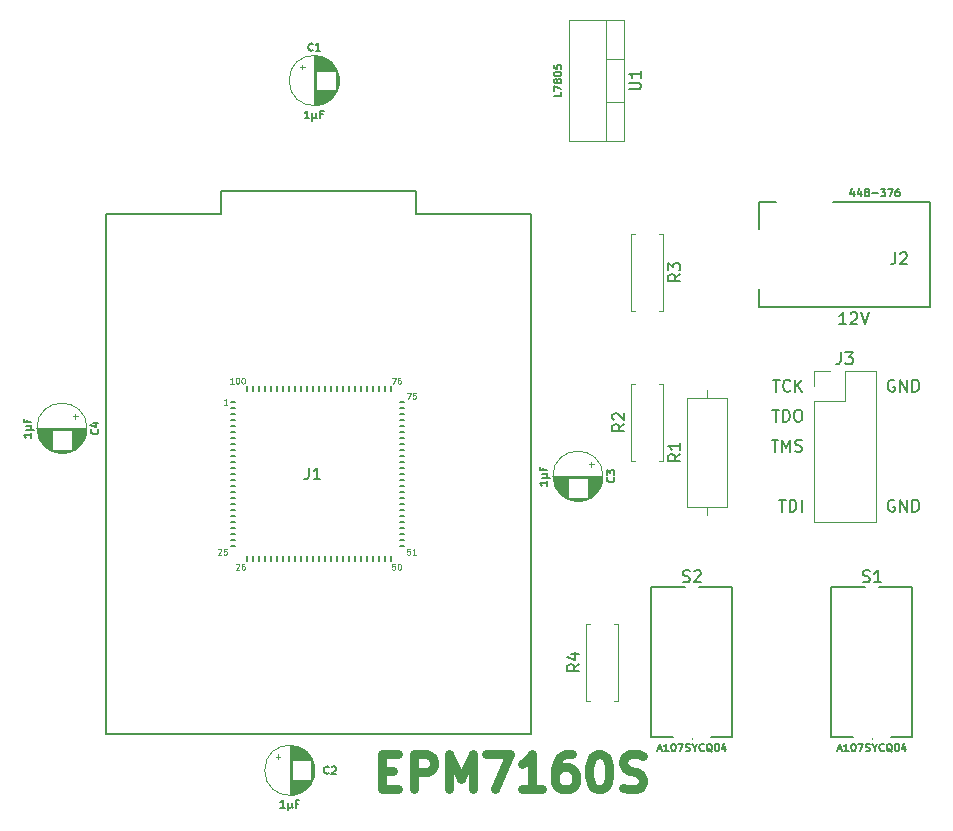
<source format=gto>
%TF.GenerationSoftware,KiCad,Pcbnew,8.0.7*%
%TF.CreationDate,2025-02-06T16:07:41+02:00*%
%TF.ProjectId,EPM7160S Programmer,45504d37-3136-4305-9320-50726f677261,V0*%
%TF.SameCoordinates,Original*%
%TF.FileFunction,Legend,Top*%
%TF.FilePolarity,Positive*%
%FSLAX46Y46*%
G04 Gerber Fmt 4.6, Leading zero omitted, Abs format (unit mm)*
G04 Created by KiCad (PCBNEW 8.0.7) date 2025-02-06 16:07:41*
%MOMM*%
%LPD*%
G01*
G04 APERTURE LIST*
%ADD10C,0.200000*%
%ADD11C,0.750000*%
%ADD12C,0.150000*%
%ADD13C,0.100000*%
%ADD14C,0.120000*%
G04 APERTURE END LIST*
D10*
X56403952Y-325219D02*
X55832524Y-325219D01*
X56118238Y-325219D02*
X56118238Y674780D01*
X56118238Y674780D02*
X56023000Y531923D01*
X56023000Y531923D02*
X55927762Y436685D01*
X55927762Y436685D02*
X55832524Y389066D01*
X56784905Y579542D02*
X56832524Y627161D01*
X56832524Y627161D02*
X56927762Y674780D01*
X56927762Y674780D02*
X57165857Y674780D01*
X57165857Y674780D02*
X57261095Y627161D01*
X57261095Y627161D02*
X57308714Y579542D01*
X57308714Y579542D02*
X57356333Y484304D01*
X57356333Y484304D02*
X57356333Y389066D01*
X57356333Y389066D02*
X57308714Y246209D01*
X57308714Y246209D02*
X56737286Y-325219D01*
X56737286Y-325219D02*
X57356333Y-325219D01*
X57642048Y674780D02*
X57975381Y-325219D01*
X57975381Y-325219D02*
X58308714Y674780D01*
D11*
X17066999Y-38131428D02*
X18066999Y-38131428D01*
X18495571Y-39702857D02*
X17066999Y-39702857D01*
X17066999Y-39702857D02*
X17066999Y-36702857D01*
X17066999Y-36702857D02*
X18495571Y-36702857D01*
X19781285Y-39702857D02*
X19781285Y-36702857D01*
X19781285Y-36702857D02*
X20924142Y-36702857D01*
X20924142Y-36702857D02*
X21209857Y-36845714D01*
X21209857Y-36845714D02*
X21352714Y-36988571D01*
X21352714Y-36988571D02*
X21495571Y-37274285D01*
X21495571Y-37274285D02*
X21495571Y-37702857D01*
X21495571Y-37702857D02*
X21352714Y-37988571D01*
X21352714Y-37988571D02*
X21209857Y-38131428D01*
X21209857Y-38131428D02*
X20924142Y-38274285D01*
X20924142Y-38274285D02*
X19781285Y-38274285D01*
X22781285Y-39702857D02*
X22781285Y-36702857D01*
X22781285Y-36702857D02*
X23781285Y-38845714D01*
X23781285Y-38845714D02*
X24781285Y-36702857D01*
X24781285Y-36702857D02*
X24781285Y-39702857D01*
X25924142Y-36702857D02*
X27924142Y-36702857D01*
X27924142Y-36702857D02*
X26638428Y-39702857D01*
X30638428Y-39702857D02*
X28924142Y-39702857D01*
X29781285Y-39702857D02*
X29781285Y-36702857D01*
X29781285Y-36702857D02*
X29495571Y-37131428D01*
X29495571Y-37131428D02*
X29209856Y-37417142D01*
X29209856Y-37417142D02*
X28924142Y-37560000D01*
X33209857Y-36702857D02*
X32638428Y-36702857D01*
X32638428Y-36702857D02*
X32352714Y-36845714D01*
X32352714Y-36845714D02*
X32209857Y-36988571D01*
X32209857Y-36988571D02*
X31924142Y-37417142D01*
X31924142Y-37417142D02*
X31781285Y-37988571D01*
X31781285Y-37988571D02*
X31781285Y-39131428D01*
X31781285Y-39131428D02*
X31924142Y-39417142D01*
X31924142Y-39417142D02*
X32066999Y-39560000D01*
X32066999Y-39560000D02*
X32352714Y-39702857D01*
X32352714Y-39702857D02*
X32924142Y-39702857D01*
X32924142Y-39702857D02*
X33209857Y-39560000D01*
X33209857Y-39560000D02*
X33352714Y-39417142D01*
X33352714Y-39417142D02*
X33495571Y-39131428D01*
X33495571Y-39131428D02*
X33495571Y-38417142D01*
X33495571Y-38417142D02*
X33352714Y-38131428D01*
X33352714Y-38131428D02*
X33209857Y-37988571D01*
X33209857Y-37988571D02*
X32924142Y-37845714D01*
X32924142Y-37845714D02*
X32352714Y-37845714D01*
X32352714Y-37845714D02*
X32066999Y-37988571D01*
X32066999Y-37988571D02*
X31924142Y-38131428D01*
X31924142Y-38131428D02*
X31781285Y-38417142D01*
X35352714Y-36702857D02*
X35638428Y-36702857D01*
X35638428Y-36702857D02*
X35924142Y-36845714D01*
X35924142Y-36845714D02*
X36067000Y-36988571D01*
X36067000Y-36988571D02*
X36209857Y-37274285D01*
X36209857Y-37274285D02*
X36352714Y-37845714D01*
X36352714Y-37845714D02*
X36352714Y-38560000D01*
X36352714Y-38560000D02*
X36209857Y-39131428D01*
X36209857Y-39131428D02*
X36067000Y-39417142D01*
X36067000Y-39417142D02*
X35924142Y-39560000D01*
X35924142Y-39560000D02*
X35638428Y-39702857D01*
X35638428Y-39702857D02*
X35352714Y-39702857D01*
X35352714Y-39702857D02*
X35067000Y-39560000D01*
X35067000Y-39560000D02*
X34924142Y-39417142D01*
X34924142Y-39417142D02*
X34781285Y-39131428D01*
X34781285Y-39131428D02*
X34638428Y-38560000D01*
X34638428Y-38560000D02*
X34638428Y-37845714D01*
X34638428Y-37845714D02*
X34781285Y-37274285D01*
X34781285Y-37274285D02*
X34924142Y-36988571D01*
X34924142Y-36988571D02*
X35067000Y-36845714D01*
X35067000Y-36845714D02*
X35352714Y-36702857D01*
X37495571Y-39560000D02*
X37924143Y-39702857D01*
X37924143Y-39702857D02*
X38638428Y-39702857D01*
X38638428Y-39702857D02*
X38924143Y-39560000D01*
X38924143Y-39560000D02*
X39067000Y-39417142D01*
X39067000Y-39417142D02*
X39209857Y-39131428D01*
X39209857Y-39131428D02*
X39209857Y-38845714D01*
X39209857Y-38845714D02*
X39067000Y-38560000D01*
X39067000Y-38560000D02*
X38924143Y-38417142D01*
X38924143Y-38417142D02*
X38638428Y-38274285D01*
X38638428Y-38274285D02*
X38067000Y-38131428D01*
X38067000Y-38131428D02*
X37781285Y-37988571D01*
X37781285Y-37988571D02*
X37638428Y-37845714D01*
X37638428Y-37845714D02*
X37495571Y-37560000D01*
X37495571Y-37560000D02*
X37495571Y-37274285D01*
X37495571Y-37274285D02*
X37638428Y-36988571D01*
X37638428Y-36988571D02*
X37781285Y-36845714D01*
X37781285Y-36845714D02*
X38067000Y-36702857D01*
X38067000Y-36702857D02*
X38781285Y-36702857D01*
X38781285Y-36702857D02*
X39209857Y-36845714D01*
D10*
X50721566Y-15183219D02*
X51292994Y-15183219D01*
X51007280Y-16183219D02*
X51007280Y-15183219D01*
X51626328Y-16183219D02*
X51626328Y-15183219D01*
X51626328Y-15183219D02*
X51864423Y-15183219D01*
X51864423Y-15183219D02*
X52007280Y-15230838D01*
X52007280Y-15230838D02*
X52102518Y-15326076D01*
X52102518Y-15326076D02*
X52150137Y-15421314D01*
X52150137Y-15421314D02*
X52197756Y-15611790D01*
X52197756Y-15611790D02*
X52197756Y-15754647D01*
X52197756Y-15754647D02*
X52150137Y-15945123D01*
X52150137Y-15945123D02*
X52102518Y-16040361D01*
X52102518Y-16040361D02*
X52007280Y-16135600D01*
X52007280Y-16135600D02*
X51864423Y-16183219D01*
X51864423Y-16183219D02*
X51626328Y-16183219D01*
X52626328Y-16183219D02*
X52626328Y-15183219D01*
X50197756Y-5023219D02*
X50769184Y-5023219D01*
X50483470Y-6023219D02*
X50483470Y-5023219D01*
X51673946Y-5927980D02*
X51626327Y-5975600D01*
X51626327Y-5975600D02*
X51483470Y-6023219D01*
X51483470Y-6023219D02*
X51388232Y-6023219D01*
X51388232Y-6023219D02*
X51245375Y-5975600D01*
X51245375Y-5975600D02*
X51150137Y-5880361D01*
X51150137Y-5880361D02*
X51102518Y-5785123D01*
X51102518Y-5785123D02*
X51054899Y-5594647D01*
X51054899Y-5594647D02*
X51054899Y-5451790D01*
X51054899Y-5451790D02*
X51102518Y-5261314D01*
X51102518Y-5261314D02*
X51150137Y-5166076D01*
X51150137Y-5166076D02*
X51245375Y-5070838D01*
X51245375Y-5070838D02*
X51388232Y-5023219D01*
X51388232Y-5023219D02*
X51483470Y-5023219D01*
X51483470Y-5023219D02*
X51626327Y-5070838D01*
X51626327Y-5070838D02*
X51673946Y-5118457D01*
X52102518Y-6023219D02*
X52102518Y-5023219D01*
X52673946Y-6023219D02*
X52245375Y-5451790D01*
X52673946Y-5023219D02*
X52102518Y-5594647D01*
X50102518Y-10103219D02*
X50673946Y-10103219D01*
X50388232Y-11103219D02*
X50388232Y-10103219D01*
X51007280Y-11103219D02*
X51007280Y-10103219D01*
X51007280Y-10103219D02*
X51340613Y-10817504D01*
X51340613Y-10817504D02*
X51673946Y-10103219D01*
X51673946Y-10103219D02*
X51673946Y-11103219D01*
X52102518Y-11055600D02*
X52245375Y-11103219D01*
X52245375Y-11103219D02*
X52483470Y-11103219D01*
X52483470Y-11103219D02*
X52578708Y-11055600D01*
X52578708Y-11055600D02*
X52626327Y-11007980D01*
X52626327Y-11007980D02*
X52673946Y-10912742D01*
X52673946Y-10912742D02*
X52673946Y-10817504D01*
X52673946Y-10817504D02*
X52626327Y-10722266D01*
X52626327Y-10722266D02*
X52578708Y-10674647D01*
X52578708Y-10674647D02*
X52483470Y-10627028D01*
X52483470Y-10627028D02*
X52292994Y-10579409D01*
X52292994Y-10579409D02*
X52197756Y-10531790D01*
X52197756Y-10531790D02*
X52150137Y-10484171D01*
X52150137Y-10484171D02*
X52102518Y-10388933D01*
X52102518Y-10388933D02*
X52102518Y-10293695D01*
X52102518Y-10293695D02*
X52150137Y-10198457D01*
X52150137Y-10198457D02*
X52197756Y-10150838D01*
X52197756Y-10150838D02*
X52292994Y-10103219D01*
X52292994Y-10103219D02*
X52531089Y-10103219D01*
X52531089Y-10103219D02*
X52673946Y-10150838D01*
X60493483Y-5070838D02*
X60398245Y-5023219D01*
X60398245Y-5023219D02*
X60255388Y-5023219D01*
X60255388Y-5023219D02*
X60112531Y-5070838D01*
X60112531Y-5070838D02*
X60017293Y-5166076D01*
X60017293Y-5166076D02*
X59969674Y-5261314D01*
X59969674Y-5261314D02*
X59922055Y-5451790D01*
X59922055Y-5451790D02*
X59922055Y-5594647D01*
X59922055Y-5594647D02*
X59969674Y-5785123D01*
X59969674Y-5785123D02*
X60017293Y-5880361D01*
X60017293Y-5880361D02*
X60112531Y-5975600D01*
X60112531Y-5975600D02*
X60255388Y-6023219D01*
X60255388Y-6023219D02*
X60350626Y-6023219D01*
X60350626Y-6023219D02*
X60493483Y-5975600D01*
X60493483Y-5975600D02*
X60541102Y-5927980D01*
X60541102Y-5927980D02*
X60541102Y-5594647D01*
X60541102Y-5594647D02*
X60350626Y-5594647D01*
X60969674Y-6023219D02*
X60969674Y-5023219D01*
X60969674Y-5023219D02*
X61541102Y-6023219D01*
X61541102Y-6023219D02*
X61541102Y-5023219D01*
X62017293Y-6023219D02*
X62017293Y-5023219D01*
X62017293Y-5023219D02*
X62255388Y-5023219D01*
X62255388Y-5023219D02*
X62398245Y-5070838D01*
X62398245Y-5070838D02*
X62493483Y-5166076D01*
X62493483Y-5166076D02*
X62541102Y-5261314D01*
X62541102Y-5261314D02*
X62588721Y-5451790D01*
X62588721Y-5451790D02*
X62588721Y-5594647D01*
X62588721Y-5594647D02*
X62541102Y-5785123D01*
X62541102Y-5785123D02*
X62493483Y-5880361D01*
X62493483Y-5880361D02*
X62398245Y-5975600D01*
X62398245Y-5975600D02*
X62255388Y-6023219D01*
X62255388Y-6023219D02*
X62017293Y-6023219D01*
X50150137Y-7563219D02*
X50721565Y-7563219D01*
X50435851Y-8563219D02*
X50435851Y-7563219D01*
X51054899Y-8563219D02*
X51054899Y-7563219D01*
X51054899Y-7563219D02*
X51292994Y-7563219D01*
X51292994Y-7563219D02*
X51435851Y-7610838D01*
X51435851Y-7610838D02*
X51531089Y-7706076D01*
X51531089Y-7706076D02*
X51578708Y-7801314D01*
X51578708Y-7801314D02*
X51626327Y-7991790D01*
X51626327Y-7991790D02*
X51626327Y-8134647D01*
X51626327Y-8134647D02*
X51578708Y-8325123D01*
X51578708Y-8325123D02*
X51531089Y-8420361D01*
X51531089Y-8420361D02*
X51435851Y-8515600D01*
X51435851Y-8515600D02*
X51292994Y-8563219D01*
X51292994Y-8563219D02*
X51054899Y-8563219D01*
X52245375Y-7563219D02*
X52435851Y-7563219D01*
X52435851Y-7563219D02*
X52531089Y-7610838D01*
X52531089Y-7610838D02*
X52626327Y-7706076D01*
X52626327Y-7706076D02*
X52673946Y-7896552D01*
X52673946Y-7896552D02*
X52673946Y-8229885D01*
X52673946Y-8229885D02*
X52626327Y-8420361D01*
X52626327Y-8420361D02*
X52531089Y-8515600D01*
X52531089Y-8515600D02*
X52435851Y-8563219D01*
X52435851Y-8563219D02*
X52245375Y-8563219D01*
X52245375Y-8563219D02*
X52150137Y-8515600D01*
X52150137Y-8515600D02*
X52054899Y-8420361D01*
X52054899Y-8420361D02*
X52007280Y-8229885D01*
X52007280Y-8229885D02*
X52007280Y-7896552D01*
X52007280Y-7896552D02*
X52054899Y-7706076D01*
X52054899Y-7706076D02*
X52150137Y-7610838D01*
X52150137Y-7610838D02*
X52245375Y-7563219D01*
X60493483Y-15230838D02*
X60398245Y-15183219D01*
X60398245Y-15183219D02*
X60255388Y-15183219D01*
X60255388Y-15183219D02*
X60112531Y-15230838D01*
X60112531Y-15230838D02*
X60017293Y-15326076D01*
X60017293Y-15326076D02*
X59969674Y-15421314D01*
X59969674Y-15421314D02*
X59922055Y-15611790D01*
X59922055Y-15611790D02*
X59922055Y-15754647D01*
X59922055Y-15754647D02*
X59969674Y-15945123D01*
X59969674Y-15945123D02*
X60017293Y-16040361D01*
X60017293Y-16040361D02*
X60112531Y-16135600D01*
X60112531Y-16135600D02*
X60255388Y-16183219D01*
X60255388Y-16183219D02*
X60350626Y-16183219D01*
X60350626Y-16183219D02*
X60493483Y-16135600D01*
X60493483Y-16135600D02*
X60541102Y-16087980D01*
X60541102Y-16087980D02*
X60541102Y-15754647D01*
X60541102Y-15754647D02*
X60350626Y-15754647D01*
X60969674Y-16183219D02*
X60969674Y-15183219D01*
X60969674Y-15183219D02*
X61541102Y-16183219D01*
X61541102Y-16183219D02*
X61541102Y-15183219D01*
X62017293Y-16183219D02*
X62017293Y-15183219D01*
X62017293Y-15183219D02*
X62255388Y-15183219D01*
X62255388Y-15183219D02*
X62398245Y-15230838D01*
X62398245Y-15230838D02*
X62493483Y-15326076D01*
X62493483Y-15326076D02*
X62541102Y-15421314D01*
X62541102Y-15421314D02*
X62588721Y-15611790D01*
X62588721Y-15611790D02*
X62588721Y-15754647D01*
X62588721Y-15754647D02*
X62541102Y-15945123D01*
X62541102Y-15945123D02*
X62493483Y-16040361D01*
X62493483Y-16040361D02*
X62398245Y-16135600D01*
X62398245Y-16135600D02*
X62255388Y-16183219D01*
X62255388Y-16183219D02*
X62017293Y-16183219D01*
D12*
X11250166Y22888513D02*
X11219928Y22858275D01*
X11219928Y22858275D02*
X11129214Y22828036D01*
X11129214Y22828036D02*
X11068738Y22828036D01*
X11068738Y22828036D02*
X10978023Y22858275D01*
X10978023Y22858275D02*
X10917547Y22918751D01*
X10917547Y22918751D02*
X10887309Y22979227D01*
X10887309Y22979227D02*
X10857071Y23100179D01*
X10857071Y23100179D02*
X10857071Y23190894D01*
X10857071Y23190894D02*
X10887309Y23311846D01*
X10887309Y23311846D02*
X10917547Y23372322D01*
X10917547Y23372322D02*
X10978023Y23432798D01*
X10978023Y23432798D02*
X11068738Y23463036D01*
X11068738Y23463036D02*
X11129214Y23463036D01*
X11129214Y23463036D02*
X11219928Y23432798D01*
X11219928Y23432798D02*
X11250166Y23402560D01*
X11854928Y22828036D02*
X11492071Y22828036D01*
X11673499Y22828036D02*
X11673499Y23463036D01*
X11673499Y23463036D02*
X11613023Y23372322D01*
X11613023Y23372322D02*
X11552547Y23311846D01*
X11552547Y23311846D02*
X11492071Y23281608D01*
X10932666Y17138436D02*
X10569809Y17138436D01*
X10751237Y17138436D02*
X10751237Y17773436D01*
X10751237Y17773436D02*
X10690761Y17682722D01*
X10690761Y17682722D02*
X10630285Y17622246D01*
X10630285Y17622246D02*
X10569809Y17592008D01*
X11204809Y17561770D02*
X11204809Y16926770D01*
X11507190Y17229151D02*
X11537428Y17168675D01*
X11537428Y17168675D02*
X11597904Y17138436D01*
X11204809Y17229151D02*
X11235047Y17168675D01*
X11235047Y17168675D02*
X11295523Y17138436D01*
X11295523Y17138436D02*
X11416476Y17138436D01*
X11416476Y17138436D02*
X11476952Y17168675D01*
X11476952Y17168675D02*
X11507190Y17229151D01*
X11507190Y17229151D02*
X11507190Y17561770D01*
X12081714Y17471055D02*
X11870047Y17471055D01*
X11870047Y17138436D02*
X11870047Y17773436D01*
X11870047Y17773436D02*
X12172428Y17773436D01*
X33808819Y-29105666D02*
X33332628Y-29438999D01*
X33808819Y-29677094D02*
X32808819Y-29677094D01*
X32808819Y-29677094D02*
X32808819Y-29296142D01*
X32808819Y-29296142D02*
X32856438Y-29200904D01*
X32856438Y-29200904D02*
X32904057Y-29153285D01*
X32904057Y-29153285D02*
X32999295Y-29105666D01*
X32999295Y-29105666D02*
X33142152Y-29105666D01*
X33142152Y-29105666D02*
X33237390Y-29153285D01*
X33237390Y-29153285D02*
X33285009Y-29200904D01*
X33285009Y-29200904D02*
X33332628Y-29296142D01*
X33332628Y-29296142D02*
X33332628Y-29677094D01*
X33142152Y-28248523D02*
X33808819Y-28248523D01*
X32761200Y-28486618D02*
X33475485Y-28724713D01*
X33475485Y-28724713D02*
X33475485Y-28105666D01*
D10*
X60550466Y5754780D02*
X60550466Y5040495D01*
X60550466Y5040495D02*
X60502847Y4897638D01*
X60502847Y4897638D02*
X60407609Y4802400D01*
X60407609Y4802400D02*
X60264752Y4754780D01*
X60264752Y4754780D02*
X60169514Y4754780D01*
X60979038Y5659542D02*
X61026657Y5707161D01*
X61026657Y5707161D02*
X61121895Y5754780D01*
X61121895Y5754780D02*
X61359990Y5754780D01*
X61359990Y5754780D02*
X61455228Y5707161D01*
X61455228Y5707161D02*
X61502847Y5659542D01*
X61502847Y5659542D02*
X61550466Y5564304D01*
X61550466Y5564304D02*
X61550466Y5469066D01*
X61550466Y5469066D02*
X61502847Y5326209D01*
X61502847Y5326209D02*
X60931419Y4754780D01*
X60931419Y4754780D02*
X61550466Y4754780D01*
D12*
X57067752Y10932370D02*
X57067752Y10509036D01*
X56916561Y11174275D02*
X56765371Y10720703D01*
X56765371Y10720703D02*
X57158466Y10720703D01*
X57672514Y10932370D02*
X57672514Y10509036D01*
X57521323Y11174275D02*
X57370133Y10720703D01*
X57370133Y10720703D02*
X57763228Y10720703D01*
X58095847Y10871894D02*
X58035371Y10902132D01*
X58035371Y10902132D02*
X58005133Y10932370D01*
X58005133Y10932370D02*
X57974895Y10992846D01*
X57974895Y10992846D02*
X57974895Y11023084D01*
X57974895Y11023084D02*
X58005133Y11083560D01*
X58005133Y11083560D02*
X58035371Y11113798D01*
X58035371Y11113798D02*
X58095847Y11144036D01*
X58095847Y11144036D02*
X58216800Y11144036D01*
X58216800Y11144036D02*
X58277276Y11113798D01*
X58277276Y11113798D02*
X58307514Y11083560D01*
X58307514Y11083560D02*
X58337752Y11023084D01*
X58337752Y11023084D02*
X58337752Y10992846D01*
X58337752Y10992846D02*
X58307514Y10932370D01*
X58307514Y10932370D02*
X58277276Y10902132D01*
X58277276Y10902132D02*
X58216800Y10871894D01*
X58216800Y10871894D02*
X58095847Y10871894D01*
X58095847Y10871894D02*
X58035371Y10841655D01*
X58035371Y10841655D02*
X58005133Y10811417D01*
X58005133Y10811417D02*
X57974895Y10750941D01*
X57974895Y10750941D02*
X57974895Y10629989D01*
X57974895Y10629989D02*
X58005133Y10569513D01*
X58005133Y10569513D02*
X58035371Y10539275D01*
X58035371Y10539275D02*
X58095847Y10509036D01*
X58095847Y10509036D02*
X58216800Y10509036D01*
X58216800Y10509036D02*
X58277276Y10539275D01*
X58277276Y10539275D02*
X58307514Y10569513D01*
X58307514Y10569513D02*
X58337752Y10629989D01*
X58337752Y10629989D02*
X58337752Y10750941D01*
X58337752Y10750941D02*
X58307514Y10811417D01*
X58307514Y10811417D02*
X58277276Y10841655D01*
X58277276Y10841655D02*
X58216800Y10871894D01*
X58609895Y10750941D02*
X59093705Y10750941D01*
X59335609Y11144036D02*
X59728704Y11144036D01*
X59728704Y11144036D02*
X59517037Y10902132D01*
X59517037Y10902132D02*
X59607752Y10902132D01*
X59607752Y10902132D02*
X59668228Y10871894D01*
X59668228Y10871894D02*
X59698466Y10841655D01*
X59698466Y10841655D02*
X59728704Y10781179D01*
X59728704Y10781179D02*
X59728704Y10629989D01*
X59728704Y10629989D02*
X59698466Y10569513D01*
X59698466Y10569513D02*
X59668228Y10539275D01*
X59668228Y10539275D02*
X59607752Y10509036D01*
X59607752Y10509036D02*
X59426323Y10509036D01*
X59426323Y10509036D02*
X59365847Y10539275D01*
X59365847Y10539275D02*
X59335609Y10569513D01*
X59940371Y11144036D02*
X60363704Y11144036D01*
X60363704Y11144036D02*
X60091561Y10509036D01*
X60877752Y11144036D02*
X60756799Y11144036D01*
X60756799Y11144036D02*
X60696323Y11113798D01*
X60696323Y11113798D02*
X60666085Y11083560D01*
X60666085Y11083560D02*
X60605609Y10992846D01*
X60605609Y10992846D02*
X60575371Y10871894D01*
X60575371Y10871894D02*
X60575371Y10629989D01*
X60575371Y10629989D02*
X60605609Y10569513D01*
X60605609Y10569513D02*
X60635847Y10539275D01*
X60635847Y10539275D02*
X60696323Y10509036D01*
X60696323Y10509036D02*
X60817276Y10509036D01*
X60817276Y10509036D02*
X60877752Y10539275D01*
X60877752Y10539275D02*
X60907990Y10569513D01*
X60907990Y10569513D02*
X60938228Y10629989D01*
X60938228Y10629989D02*
X60938228Y10781179D01*
X60938228Y10781179D02*
X60907990Y10841655D01*
X60907990Y10841655D02*
X60877752Y10871894D01*
X60877752Y10871894D02*
X60817276Y10902132D01*
X60817276Y10902132D02*
X60696323Y10902132D01*
X60696323Y10902132D02*
X60635847Y10871894D01*
X60635847Y10871894D02*
X60605609Y10841655D01*
X60605609Y10841655D02*
X60575371Y10781179D01*
D10*
X42582095Y-22104600D02*
X42724952Y-22152219D01*
X42724952Y-22152219D02*
X42963047Y-22152219D01*
X42963047Y-22152219D02*
X43058285Y-22104600D01*
X43058285Y-22104600D02*
X43105904Y-22056980D01*
X43105904Y-22056980D02*
X43153523Y-21961742D01*
X43153523Y-21961742D02*
X43153523Y-21866504D01*
X43153523Y-21866504D02*
X43105904Y-21771266D01*
X43105904Y-21771266D02*
X43058285Y-21723647D01*
X43058285Y-21723647D02*
X42963047Y-21676028D01*
X42963047Y-21676028D02*
X42772571Y-21628409D01*
X42772571Y-21628409D02*
X42677333Y-21580790D01*
X42677333Y-21580790D02*
X42629714Y-21533171D01*
X42629714Y-21533171D02*
X42582095Y-21437933D01*
X42582095Y-21437933D02*
X42582095Y-21342695D01*
X42582095Y-21342695D02*
X42629714Y-21247457D01*
X42629714Y-21247457D02*
X42677333Y-21199838D01*
X42677333Y-21199838D02*
X42772571Y-21152219D01*
X42772571Y-21152219D02*
X43010666Y-21152219D01*
X43010666Y-21152219D02*
X43153523Y-21199838D01*
X43534476Y-21247457D02*
X43582095Y-21199838D01*
X43582095Y-21199838D02*
X43677333Y-21152219D01*
X43677333Y-21152219D02*
X43915428Y-21152219D01*
X43915428Y-21152219D02*
X44010666Y-21199838D01*
X44010666Y-21199838D02*
X44058285Y-21247457D01*
X44058285Y-21247457D02*
X44105904Y-21342695D01*
X44105904Y-21342695D02*
X44105904Y-21437933D01*
X44105904Y-21437933D02*
X44058285Y-21580790D01*
X44058285Y-21580790D02*
X43486857Y-22152219D01*
X43486857Y-22152219D02*
X44105904Y-22152219D01*
D12*
X40456261Y-36282534D02*
X40758642Y-36282534D01*
X40395785Y-36463963D02*
X40607451Y-35828963D01*
X40607451Y-35828963D02*
X40819118Y-36463963D01*
X41363404Y-36463963D02*
X41000547Y-36463963D01*
X41181975Y-36463963D02*
X41181975Y-35828963D01*
X41181975Y-35828963D02*
X41121499Y-35919677D01*
X41121499Y-35919677D02*
X41061023Y-35980153D01*
X41061023Y-35980153D02*
X41000547Y-36010391D01*
X41756499Y-35828963D02*
X41816976Y-35828963D01*
X41816976Y-35828963D02*
X41877452Y-35859201D01*
X41877452Y-35859201D02*
X41907690Y-35889439D01*
X41907690Y-35889439D02*
X41937928Y-35949915D01*
X41937928Y-35949915D02*
X41968166Y-36070867D01*
X41968166Y-36070867D02*
X41968166Y-36222058D01*
X41968166Y-36222058D02*
X41937928Y-36343010D01*
X41937928Y-36343010D02*
X41907690Y-36403486D01*
X41907690Y-36403486D02*
X41877452Y-36433725D01*
X41877452Y-36433725D02*
X41816976Y-36463963D01*
X41816976Y-36463963D02*
X41756499Y-36463963D01*
X41756499Y-36463963D02*
X41696023Y-36433725D01*
X41696023Y-36433725D02*
X41665785Y-36403486D01*
X41665785Y-36403486D02*
X41635547Y-36343010D01*
X41635547Y-36343010D02*
X41605309Y-36222058D01*
X41605309Y-36222058D02*
X41605309Y-36070867D01*
X41605309Y-36070867D02*
X41635547Y-35949915D01*
X41635547Y-35949915D02*
X41665785Y-35889439D01*
X41665785Y-35889439D02*
X41696023Y-35859201D01*
X41696023Y-35859201D02*
X41756499Y-35828963D01*
X42179833Y-35828963D02*
X42603166Y-35828963D01*
X42603166Y-35828963D02*
X42331023Y-36463963D01*
X42814833Y-36433725D02*
X42905547Y-36463963D01*
X42905547Y-36463963D02*
X43056738Y-36463963D01*
X43056738Y-36463963D02*
X43117214Y-36433725D01*
X43117214Y-36433725D02*
X43147452Y-36403486D01*
X43147452Y-36403486D02*
X43177690Y-36343010D01*
X43177690Y-36343010D02*
X43177690Y-36282534D01*
X43177690Y-36282534D02*
X43147452Y-36222058D01*
X43147452Y-36222058D02*
X43117214Y-36191820D01*
X43117214Y-36191820D02*
X43056738Y-36161582D01*
X43056738Y-36161582D02*
X42935785Y-36131344D01*
X42935785Y-36131344D02*
X42875309Y-36101105D01*
X42875309Y-36101105D02*
X42845071Y-36070867D01*
X42845071Y-36070867D02*
X42814833Y-36010391D01*
X42814833Y-36010391D02*
X42814833Y-35949915D01*
X42814833Y-35949915D02*
X42845071Y-35889439D01*
X42845071Y-35889439D02*
X42875309Y-35859201D01*
X42875309Y-35859201D02*
X42935785Y-35828963D01*
X42935785Y-35828963D02*
X43086976Y-35828963D01*
X43086976Y-35828963D02*
X43177690Y-35859201D01*
X43570785Y-36161582D02*
X43570785Y-36463963D01*
X43359119Y-35828963D02*
X43570785Y-36161582D01*
X43570785Y-36161582D02*
X43782452Y-35828963D01*
X44356976Y-36403486D02*
X44326738Y-36433725D01*
X44326738Y-36433725D02*
X44236024Y-36463963D01*
X44236024Y-36463963D02*
X44175548Y-36463963D01*
X44175548Y-36463963D02*
X44084833Y-36433725D01*
X44084833Y-36433725D02*
X44024357Y-36373248D01*
X44024357Y-36373248D02*
X43994119Y-36312772D01*
X43994119Y-36312772D02*
X43963881Y-36191820D01*
X43963881Y-36191820D02*
X43963881Y-36101105D01*
X43963881Y-36101105D02*
X43994119Y-35980153D01*
X43994119Y-35980153D02*
X44024357Y-35919677D01*
X44024357Y-35919677D02*
X44084833Y-35859201D01*
X44084833Y-35859201D02*
X44175548Y-35828963D01*
X44175548Y-35828963D02*
X44236024Y-35828963D01*
X44236024Y-35828963D02*
X44326738Y-35859201D01*
X44326738Y-35859201D02*
X44356976Y-35889439D01*
X45052452Y-36524439D02*
X44991976Y-36494201D01*
X44991976Y-36494201D02*
X44931500Y-36433725D01*
X44931500Y-36433725D02*
X44840786Y-36343010D01*
X44840786Y-36343010D02*
X44780309Y-36312772D01*
X44780309Y-36312772D02*
X44719833Y-36312772D01*
X44750071Y-36463963D02*
X44689595Y-36433725D01*
X44689595Y-36433725D02*
X44629119Y-36373248D01*
X44629119Y-36373248D02*
X44598881Y-36252296D01*
X44598881Y-36252296D02*
X44598881Y-36040629D01*
X44598881Y-36040629D02*
X44629119Y-35919677D01*
X44629119Y-35919677D02*
X44689595Y-35859201D01*
X44689595Y-35859201D02*
X44750071Y-35828963D01*
X44750071Y-35828963D02*
X44871024Y-35828963D01*
X44871024Y-35828963D02*
X44931500Y-35859201D01*
X44931500Y-35859201D02*
X44991976Y-35919677D01*
X44991976Y-35919677D02*
X45022214Y-36040629D01*
X45022214Y-36040629D02*
X45022214Y-36252296D01*
X45022214Y-36252296D02*
X44991976Y-36373248D01*
X44991976Y-36373248D02*
X44931500Y-36433725D01*
X44931500Y-36433725D02*
X44871024Y-36463963D01*
X44871024Y-36463963D02*
X44750071Y-36463963D01*
X45415309Y-35828963D02*
X45475786Y-35828963D01*
X45475786Y-35828963D02*
X45536262Y-35859201D01*
X45536262Y-35859201D02*
X45566500Y-35889439D01*
X45566500Y-35889439D02*
X45596738Y-35949915D01*
X45596738Y-35949915D02*
X45626976Y-36070867D01*
X45626976Y-36070867D02*
X45626976Y-36222058D01*
X45626976Y-36222058D02*
X45596738Y-36343010D01*
X45596738Y-36343010D02*
X45566500Y-36403486D01*
X45566500Y-36403486D02*
X45536262Y-36433725D01*
X45536262Y-36433725D02*
X45475786Y-36463963D01*
X45475786Y-36463963D02*
X45415309Y-36463963D01*
X45415309Y-36463963D02*
X45354833Y-36433725D01*
X45354833Y-36433725D02*
X45324595Y-36403486D01*
X45324595Y-36403486D02*
X45294357Y-36343010D01*
X45294357Y-36343010D02*
X45264119Y-36222058D01*
X45264119Y-36222058D02*
X45264119Y-36070867D01*
X45264119Y-36070867D02*
X45294357Y-35949915D01*
X45294357Y-35949915D02*
X45324595Y-35889439D01*
X45324595Y-35889439D02*
X45354833Y-35859201D01*
X45354833Y-35859201D02*
X45415309Y-35828963D01*
X46171262Y-36040629D02*
X46171262Y-36463963D01*
X46020071Y-35798725D02*
X45868881Y-36252296D01*
X45868881Y-36252296D02*
X46261976Y-36252296D01*
D10*
X38012219Y19558095D02*
X38821742Y19558095D01*
X38821742Y19558095D02*
X38916980Y19605714D01*
X38916980Y19605714D02*
X38964600Y19653333D01*
X38964600Y19653333D02*
X39012219Y19748571D01*
X39012219Y19748571D02*
X39012219Y19939047D01*
X39012219Y19939047D02*
X38964600Y20034285D01*
X38964600Y20034285D02*
X38916980Y20081904D01*
X38916980Y20081904D02*
X38821742Y20129523D01*
X38821742Y20129523D02*
X38012219Y20129523D01*
X39012219Y21129523D02*
X39012219Y20558095D01*
X39012219Y20843809D02*
X38012219Y20843809D01*
X38012219Y20843809D02*
X38155076Y20748571D01*
X38155076Y20748571D02*
X38250314Y20653333D01*
X38250314Y20653333D02*
X38297933Y20558095D01*
D12*
X32289963Y19307023D02*
X32289963Y19004642D01*
X32289963Y19004642D02*
X31654963Y19004642D01*
X31654963Y19458214D02*
X31654963Y19881547D01*
X31654963Y19881547D02*
X32289963Y19609404D01*
X31927105Y20214166D02*
X31896867Y20153690D01*
X31896867Y20153690D02*
X31866629Y20123452D01*
X31866629Y20123452D02*
X31806153Y20093214D01*
X31806153Y20093214D02*
X31775915Y20093214D01*
X31775915Y20093214D02*
X31715439Y20123452D01*
X31715439Y20123452D02*
X31685201Y20153690D01*
X31685201Y20153690D02*
X31654963Y20214166D01*
X31654963Y20214166D02*
X31654963Y20335119D01*
X31654963Y20335119D02*
X31685201Y20395595D01*
X31685201Y20395595D02*
X31715439Y20425833D01*
X31715439Y20425833D02*
X31775915Y20456071D01*
X31775915Y20456071D02*
X31806153Y20456071D01*
X31806153Y20456071D02*
X31866629Y20425833D01*
X31866629Y20425833D02*
X31896867Y20395595D01*
X31896867Y20395595D02*
X31927105Y20335119D01*
X31927105Y20335119D02*
X31927105Y20214166D01*
X31927105Y20214166D02*
X31957344Y20153690D01*
X31957344Y20153690D02*
X31987582Y20123452D01*
X31987582Y20123452D02*
X32048058Y20093214D01*
X32048058Y20093214D02*
X32169010Y20093214D01*
X32169010Y20093214D02*
X32229486Y20123452D01*
X32229486Y20123452D02*
X32259725Y20153690D01*
X32259725Y20153690D02*
X32289963Y20214166D01*
X32289963Y20214166D02*
X32289963Y20335119D01*
X32289963Y20335119D02*
X32259725Y20395595D01*
X32259725Y20395595D02*
X32229486Y20425833D01*
X32229486Y20425833D02*
X32169010Y20456071D01*
X32169010Y20456071D02*
X32048058Y20456071D01*
X32048058Y20456071D02*
X31987582Y20425833D01*
X31987582Y20425833D02*
X31957344Y20395595D01*
X31957344Y20395595D02*
X31927105Y20335119D01*
X31654963Y20849166D02*
X31654963Y20909643D01*
X31654963Y20909643D02*
X31685201Y20970119D01*
X31685201Y20970119D02*
X31715439Y21000357D01*
X31715439Y21000357D02*
X31775915Y21030595D01*
X31775915Y21030595D02*
X31896867Y21060833D01*
X31896867Y21060833D02*
X32048058Y21060833D01*
X32048058Y21060833D02*
X32169010Y21030595D01*
X32169010Y21030595D02*
X32229486Y21000357D01*
X32229486Y21000357D02*
X32259725Y20970119D01*
X32259725Y20970119D02*
X32289963Y20909643D01*
X32289963Y20909643D02*
X32289963Y20849166D01*
X32289963Y20849166D02*
X32259725Y20788690D01*
X32259725Y20788690D02*
X32229486Y20758452D01*
X32229486Y20758452D02*
X32169010Y20728214D01*
X32169010Y20728214D02*
X32048058Y20697976D01*
X32048058Y20697976D02*
X31896867Y20697976D01*
X31896867Y20697976D02*
X31775915Y20728214D01*
X31775915Y20728214D02*
X31715439Y20758452D01*
X31715439Y20758452D02*
X31685201Y20788690D01*
X31685201Y20788690D02*
X31654963Y20849166D01*
X31654963Y21635357D02*
X31654963Y21332976D01*
X31654963Y21332976D02*
X31957344Y21302738D01*
X31957344Y21302738D02*
X31927105Y21332976D01*
X31927105Y21332976D02*
X31896867Y21393452D01*
X31896867Y21393452D02*
X31896867Y21544643D01*
X31896867Y21544643D02*
X31927105Y21605119D01*
X31927105Y21605119D02*
X31957344Y21635357D01*
X31957344Y21635357D02*
X32017820Y21665595D01*
X32017820Y21665595D02*
X32169010Y21665595D01*
X32169010Y21665595D02*
X32229486Y21635357D01*
X32229486Y21635357D02*
X32259725Y21605119D01*
X32259725Y21605119D02*
X32289963Y21544643D01*
X32289963Y21544643D02*
X32289963Y21393452D01*
X32289963Y21393452D02*
X32259725Y21332976D01*
X32259725Y21332976D02*
X32229486Y21302738D01*
X42348819Y-11325666D02*
X41872628Y-11658999D01*
X42348819Y-11897094D02*
X41348819Y-11897094D01*
X41348819Y-11897094D02*
X41348819Y-11516142D01*
X41348819Y-11516142D02*
X41396438Y-11420904D01*
X41396438Y-11420904D02*
X41444057Y-11373285D01*
X41444057Y-11373285D02*
X41539295Y-11325666D01*
X41539295Y-11325666D02*
X41682152Y-11325666D01*
X41682152Y-11325666D02*
X41777390Y-11373285D01*
X41777390Y-11373285D02*
X41825009Y-11420904D01*
X41825009Y-11420904D02*
X41872628Y-11516142D01*
X41872628Y-11516142D02*
X41872628Y-11897094D01*
X42348819Y-10373285D02*
X42348819Y-10944713D01*
X42348819Y-10658999D02*
X41348819Y-10658999D01*
X41348819Y-10658999D02*
X41491676Y-10754237D01*
X41491676Y-10754237D02*
X41586914Y-10849475D01*
X41586914Y-10849475D02*
X41634533Y-10944713D01*
X36711486Y-13296833D02*
X36741725Y-13327071D01*
X36741725Y-13327071D02*
X36771963Y-13417785D01*
X36771963Y-13417785D02*
X36771963Y-13478261D01*
X36771963Y-13478261D02*
X36741725Y-13568976D01*
X36741725Y-13568976D02*
X36681248Y-13629452D01*
X36681248Y-13629452D02*
X36620772Y-13659690D01*
X36620772Y-13659690D02*
X36499820Y-13689928D01*
X36499820Y-13689928D02*
X36409105Y-13689928D01*
X36409105Y-13689928D02*
X36288153Y-13659690D01*
X36288153Y-13659690D02*
X36227677Y-13629452D01*
X36227677Y-13629452D02*
X36167201Y-13568976D01*
X36167201Y-13568976D02*
X36136963Y-13478261D01*
X36136963Y-13478261D02*
X36136963Y-13417785D01*
X36136963Y-13417785D02*
X36167201Y-13327071D01*
X36167201Y-13327071D02*
X36197439Y-13296833D01*
X36136963Y-13085166D02*
X36136963Y-12692071D01*
X36136963Y-12692071D02*
X36378867Y-12903738D01*
X36378867Y-12903738D02*
X36378867Y-12813023D01*
X36378867Y-12813023D02*
X36409105Y-12752547D01*
X36409105Y-12752547D02*
X36439344Y-12722309D01*
X36439344Y-12722309D02*
X36499820Y-12692071D01*
X36499820Y-12692071D02*
X36651010Y-12692071D01*
X36651010Y-12692071D02*
X36711486Y-12722309D01*
X36711486Y-12722309D02*
X36741725Y-12752547D01*
X36741725Y-12752547D02*
X36771963Y-12813023D01*
X36771963Y-12813023D02*
X36771963Y-12994452D01*
X36771963Y-12994452D02*
X36741725Y-13054928D01*
X36741725Y-13054928D02*
X36711486Y-13085166D01*
X31082363Y-13614333D02*
X31082363Y-13977190D01*
X31082363Y-13795762D02*
X30447363Y-13795762D01*
X30447363Y-13795762D02*
X30538077Y-13856238D01*
X30538077Y-13856238D02*
X30598553Y-13916714D01*
X30598553Y-13916714D02*
X30628791Y-13977190D01*
X30659029Y-13342190D02*
X31294029Y-13342190D01*
X30991648Y-13039809D02*
X31052125Y-13009571D01*
X31052125Y-13009571D02*
X31082363Y-12949095D01*
X30991648Y-13342190D02*
X31052125Y-13311952D01*
X31052125Y-13311952D02*
X31082363Y-13251476D01*
X31082363Y-13251476D02*
X31082363Y-13130523D01*
X31082363Y-13130523D02*
X31052125Y-13070047D01*
X31052125Y-13070047D02*
X30991648Y-13039809D01*
X30991648Y-13039809D02*
X30659029Y-13039809D01*
X30749744Y-12465285D02*
X30749744Y-12676952D01*
X31082363Y-12676952D02*
X30447363Y-12676952D01*
X30447363Y-12676952D02*
X30447363Y-12374571D01*
X55964666Y-2695819D02*
X55964666Y-3410104D01*
X55964666Y-3410104D02*
X55917047Y-3552961D01*
X55917047Y-3552961D02*
X55821809Y-3648200D01*
X55821809Y-3648200D02*
X55678952Y-3695819D01*
X55678952Y-3695819D02*
X55583714Y-3695819D01*
X56345619Y-2695819D02*
X56964666Y-2695819D01*
X56964666Y-2695819D02*
X56631333Y-3076771D01*
X56631333Y-3076771D02*
X56774190Y-3076771D01*
X56774190Y-3076771D02*
X56869428Y-3124390D01*
X56869428Y-3124390D02*
X56917047Y-3172009D01*
X56917047Y-3172009D02*
X56964666Y-3267247D01*
X56964666Y-3267247D02*
X56964666Y-3505342D01*
X56964666Y-3505342D02*
X56917047Y-3600580D01*
X56917047Y-3600580D02*
X56869428Y-3648200D01*
X56869428Y-3648200D02*
X56774190Y-3695819D01*
X56774190Y-3695819D02*
X56488476Y-3695819D01*
X56488476Y-3695819D02*
X56393238Y-3648200D01*
X56393238Y-3648200D02*
X56345619Y-3600580D01*
X37618819Y-8785666D02*
X37142628Y-9118999D01*
X37618819Y-9357094D02*
X36618819Y-9357094D01*
X36618819Y-9357094D02*
X36618819Y-8976142D01*
X36618819Y-8976142D02*
X36666438Y-8880904D01*
X36666438Y-8880904D02*
X36714057Y-8833285D01*
X36714057Y-8833285D02*
X36809295Y-8785666D01*
X36809295Y-8785666D02*
X36952152Y-8785666D01*
X36952152Y-8785666D02*
X37047390Y-8833285D01*
X37047390Y-8833285D02*
X37095009Y-8880904D01*
X37095009Y-8880904D02*
X37142628Y-8976142D01*
X37142628Y-8976142D02*
X37142628Y-9357094D01*
X36714057Y-8404713D02*
X36666438Y-8357094D01*
X36666438Y-8357094D02*
X36618819Y-8261856D01*
X36618819Y-8261856D02*
X36618819Y-8023761D01*
X36618819Y-8023761D02*
X36666438Y-7928523D01*
X36666438Y-7928523D02*
X36714057Y-7880904D01*
X36714057Y-7880904D02*
X36809295Y-7833285D01*
X36809295Y-7833285D02*
X36904533Y-7833285D01*
X36904533Y-7833285D02*
X37047390Y-7880904D01*
X37047390Y-7880904D02*
X37618819Y-8452332D01*
X37618819Y-8452332D02*
X37618819Y-7833285D01*
X42358819Y3914333D02*
X41882628Y3581000D01*
X42358819Y3342905D02*
X41358819Y3342905D01*
X41358819Y3342905D02*
X41358819Y3723857D01*
X41358819Y3723857D02*
X41406438Y3819095D01*
X41406438Y3819095D02*
X41454057Y3866714D01*
X41454057Y3866714D02*
X41549295Y3914333D01*
X41549295Y3914333D02*
X41692152Y3914333D01*
X41692152Y3914333D02*
X41787390Y3866714D01*
X41787390Y3866714D02*
X41835009Y3819095D01*
X41835009Y3819095D02*
X41882628Y3723857D01*
X41882628Y3723857D02*
X41882628Y3342905D01*
X41358819Y4247667D02*
X41358819Y4866714D01*
X41358819Y4866714D02*
X41739771Y4533381D01*
X41739771Y4533381D02*
X41739771Y4676238D01*
X41739771Y4676238D02*
X41787390Y4771476D01*
X41787390Y4771476D02*
X41835009Y4819095D01*
X41835009Y4819095D02*
X41930247Y4866714D01*
X41930247Y4866714D02*
X42168342Y4866714D01*
X42168342Y4866714D02*
X42263580Y4819095D01*
X42263580Y4819095D02*
X42311200Y4771476D01*
X42311200Y4771476D02*
X42358819Y4676238D01*
X42358819Y4676238D02*
X42358819Y4390524D01*
X42358819Y4390524D02*
X42311200Y4295286D01*
X42311200Y4295286D02*
X42263580Y4247667D01*
X10896666Y-12454819D02*
X10896666Y-13169104D01*
X10896666Y-13169104D02*
X10849047Y-13311961D01*
X10849047Y-13311961D02*
X10753809Y-13407200D01*
X10753809Y-13407200D02*
X10610952Y-13454819D01*
X10610952Y-13454819D02*
X10515714Y-13454819D01*
X11896666Y-13454819D02*
X11325238Y-13454819D01*
X11610952Y-13454819D02*
X11610952Y-12454819D01*
X11610952Y-12454819D02*
X11515714Y-12597676D01*
X11515714Y-12597676D02*
X11420476Y-12692914D01*
X11420476Y-12692914D02*
X11325238Y-12740533D01*
D13*
X19484952Y-19330109D02*
X19246857Y-19330109D01*
X19246857Y-19330109D02*
X19223048Y-19568204D01*
X19223048Y-19568204D02*
X19246857Y-19544395D01*
X19246857Y-19544395D02*
X19294476Y-19520585D01*
X19294476Y-19520585D02*
X19413524Y-19520585D01*
X19413524Y-19520585D02*
X19461143Y-19544395D01*
X19461143Y-19544395D02*
X19484952Y-19568204D01*
X19484952Y-19568204D02*
X19508762Y-19615823D01*
X19508762Y-19615823D02*
X19508762Y-19734871D01*
X19508762Y-19734871D02*
X19484952Y-19782490D01*
X19484952Y-19782490D02*
X19461143Y-19806300D01*
X19461143Y-19806300D02*
X19413524Y-19830109D01*
X19413524Y-19830109D02*
X19294476Y-19830109D01*
X19294476Y-19830109D02*
X19246857Y-19806300D01*
X19246857Y-19806300D02*
X19223048Y-19782490D01*
X19984952Y-19830109D02*
X19699238Y-19830109D01*
X19842095Y-19830109D02*
X19842095Y-19330109D01*
X19842095Y-19330109D02*
X19794476Y-19401538D01*
X19794476Y-19401538D02*
X19746857Y-19449157D01*
X19746857Y-19449157D02*
X19699238Y-19472966D01*
X4745048Y-20647728D02*
X4768857Y-20623919D01*
X4768857Y-20623919D02*
X4816476Y-20600109D01*
X4816476Y-20600109D02*
X4935524Y-20600109D01*
X4935524Y-20600109D02*
X4983143Y-20623919D01*
X4983143Y-20623919D02*
X5006952Y-20647728D01*
X5006952Y-20647728D02*
X5030762Y-20695347D01*
X5030762Y-20695347D02*
X5030762Y-20742966D01*
X5030762Y-20742966D02*
X5006952Y-20814395D01*
X5006952Y-20814395D02*
X4721238Y-21100109D01*
X4721238Y-21100109D02*
X5030762Y-21100109D01*
X5459333Y-20600109D02*
X5364095Y-20600109D01*
X5364095Y-20600109D02*
X5316476Y-20623919D01*
X5316476Y-20623919D02*
X5292666Y-20647728D01*
X5292666Y-20647728D02*
X5245047Y-20719157D01*
X5245047Y-20719157D02*
X5221238Y-20814395D01*
X5221238Y-20814395D02*
X5221238Y-21004871D01*
X5221238Y-21004871D02*
X5245047Y-21052490D01*
X5245047Y-21052490D02*
X5268857Y-21076300D01*
X5268857Y-21076300D02*
X5316476Y-21100109D01*
X5316476Y-21100109D02*
X5411714Y-21100109D01*
X5411714Y-21100109D02*
X5459333Y-21076300D01*
X5459333Y-21076300D02*
X5483142Y-21052490D01*
X5483142Y-21052490D02*
X5506952Y-21004871D01*
X5506952Y-21004871D02*
X5506952Y-20885823D01*
X5506952Y-20885823D02*
X5483142Y-20838204D01*
X5483142Y-20838204D02*
X5459333Y-20814395D01*
X5459333Y-20814395D02*
X5411714Y-20790585D01*
X5411714Y-20790585D02*
X5316476Y-20790585D01*
X5316476Y-20790585D02*
X5268857Y-20814395D01*
X5268857Y-20814395D02*
X5245047Y-20838204D01*
X5245047Y-20838204D02*
X5221238Y-20885823D01*
X3998857Y-7130109D02*
X3713143Y-7130109D01*
X3856000Y-7130109D02*
X3856000Y-6630109D01*
X3856000Y-6630109D02*
X3808381Y-6701538D01*
X3808381Y-6701538D02*
X3760762Y-6749157D01*
X3760762Y-6749157D02*
X3713143Y-6772966D01*
X3221048Y-19377728D02*
X3244857Y-19353919D01*
X3244857Y-19353919D02*
X3292476Y-19330109D01*
X3292476Y-19330109D02*
X3411524Y-19330109D01*
X3411524Y-19330109D02*
X3459143Y-19353919D01*
X3459143Y-19353919D02*
X3482952Y-19377728D01*
X3482952Y-19377728D02*
X3506762Y-19425347D01*
X3506762Y-19425347D02*
X3506762Y-19472966D01*
X3506762Y-19472966D02*
X3482952Y-19544395D01*
X3482952Y-19544395D02*
X3197238Y-19830109D01*
X3197238Y-19830109D02*
X3506762Y-19830109D01*
X3959142Y-19330109D02*
X3721047Y-19330109D01*
X3721047Y-19330109D02*
X3697238Y-19568204D01*
X3697238Y-19568204D02*
X3721047Y-19544395D01*
X3721047Y-19544395D02*
X3768666Y-19520585D01*
X3768666Y-19520585D02*
X3887714Y-19520585D01*
X3887714Y-19520585D02*
X3935333Y-19544395D01*
X3935333Y-19544395D02*
X3959142Y-19568204D01*
X3959142Y-19568204D02*
X3982952Y-19615823D01*
X3982952Y-19615823D02*
X3982952Y-19734871D01*
X3982952Y-19734871D02*
X3959142Y-19782490D01*
X3959142Y-19782490D02*
X3935333Y-19806300D01*
X3935333Y-19806300D02*
X3887714Y-19830109D01*
X3887714Y-19830109D02*
X3768666Y-19830109D01*
X3768666Y-19830109D02*
X3721047Y-19806300D01*
X3721047Y-19806300D02*
X3697238Y-19782490D01*
X4538667Y-5352109D02*
X4252953Y-5352109D01*
X4395810Y-5352109D02*
X4395810Y-4852109D01*
X4395810Y-4852109D02*
X4348191Y-4923538D01*
X4348191Y-4923538D02*
X4300572Y-4971157D01*
X4300572Y-4971157D02*
X4252953Y-4994966D01*
X4848190Y-4852109D02*
X4895809Y-4852109D01*
X4895809Y-4852109D02*
X4943428Y-4875919D01*
X4943428Y-4875919D02*
X4967238Y-4899728D01*
X4967238Y-4899728D02*
X4991047Y-4947347D01*
X4991047Y-4947347D02*
X5014857Y-5042585D01*
X5014857Y-5042585D02*
X5014857Y-5161633D01*
X5014857Y-5161633D02*
X4991047Y-5256871D01*
X4991047Y-5256871D02*
X4967238Y-5304490D01*
X4967238Y-5304490D02*
X4943428Y-5328300D01*
X4943428Y-5328300D02*
X4895809Y-5352109D01*
X4895809Y-5352109D02*
X4848190Y-5352109D01*
X4848190Y-5352109D02*
X4800571Y-5328300D01*
X4800571Y-5328300D02*
X4776762Y-5304490D01*
X4776762Y-5304490D02*
X4752952Y-5256871D01*
X4752952Y-5256871D02*
X4729143Y-5161633D01*
X4729143Y-5161633D02*
X4729143Y-5042585D01*
X4729143Y-5042585D02*
X4752952Y-4947347D01*
X4752952Y-4947347D02*
X4776762Y-4899728D01*
X4776762Y-4899728D02*
X4800571Y-4875919D01*
X4800571Y-4875919D02*
X4848190Y-4852109D01*
X5324380Y-4852109D02*
X5371999Y-4852109D01*
X5371999Y-4852109D02*
X5419618Y-4875919D01*
X5419618Y-4875919D02*
X5443428Y-4899728D01*
X5443428Y-4899728D02*
X5467237Y-4947347D01*
X5467237Y-4947347D02*
X5491047Y-5042585D01*
X5491047Y-5042585D02*
X5491047Y-5161633D01*
X5491047Y-5161633D02*
X5467237Y-5256871D01*
X5467237Y-5256871D02*
X5443428Y-5304490D01*
X5443428Y-5304490D02*
X5419618Y-5328300D01*
X5419618Y-5328300D02*
X5371999Y-5352109D01*
X5371999Y-5352109D02*
X5324380Y-5352109D01*
X5324380Y-5352109D02*
X5276761Y-5328300D01*
X5276761Y-5328300D02*
X5252952Y-5304490D01*
X5252952Y-5304490D02*
X5229142Y-5256871D01*
X5229142Y-5256871D02*
X5205333Y-5161633D01*
X5205333Y-5161633D02*
X5205333Y-5042585D01*
X5205333Y-5042585D02*
X5229142Y-4947347D01*
X5229142Y-4947347D02*
X5252952Y-4899728D01*
X5252952Y-4899728D02*
X5276761Y-4875919D01*
X5276761Y-4875919D02*
X5324380Y-4852109D01*
X17929238Y-4852109D02*
X18262571Y-4852109D01*
X18262571Y-4852109D02*
X18048286Y-5352109D01*
X18667333Y-4852109D02*
X18572095Y-4852109D01*
X18572095Y-4852109D02*
X18524476Y-4875919D01*
X18524476Y-4875919D02*
X18500666Y-4899728D01*
X18500666Y-4899728D02*
X18453047Y-4971157D01*
X18453047Y-4971157D02*
X18429238Y-5066395D01*
X18429238Y-5066395D02*
X18429238Y-5256871D01*
X18429238Y-5256871D02*
X18453047Y-5304490D01*
X18453047Y-5304490D02*
X18476857Y-5328300D01*
X18476857Y-5328300D02*
X18524476Y-5352109D01*
X18524476Y-5352109D02*
X18619714Y-5352109D01*
X18619714Y-5352109D02*
X18667333Y-5328300D01*
X18667333Y-5328300D02*
X18691142Y-5304490D01*
X18691142Y-5304490D02*
X18714952Y-5256871D01*
X18714952Y-5256871D02*
X18714952Y-5137823D01*
X18714952Y-5137823D02*
X18691142Y-5090204D01*
X18691142Y-5090204D02*
X18667333Y-5066395D01*
X18667333Y-5066395D02*
X18619714Y-5042585D01*
X18619714Y-5042585D02*
X18524476Y-5042585D01*
X18524476Y-5042585D02*
X18476857Y-5066395D01*
X18476857Y-5066395D02*
X18453047Y-5090204D01*
X18453047Y-5090204D02*
X18429238Y-5137823D01*
X18214952Y-20600109D02*
X17976857Y-20600109D01*
X17976857Y-20600109D02*
X17953048Y-20838204D01*
X17953048Y-20838204D02*
X17976857Y-20814395D01*
X17976857Y-20814395D02*
X18024476Y-20790585D01*
X18024476Y-20790585D02*
X18143524Y-20790585D01*
X18143524Y-20790585D02*
X18191143Y-20814395D01*
X18191143Y-20814395D02*
X18214952Y-20838204D01*
X18214952Y-20838204D02*
X18238762Y-20885823D01*
X18238762Y-20885823D02*
X18238762Y-21004871D01*
X18238762Y-21004871D02*
X18214952Y-21052490D01*
X18214952Y-21052490D02*
X18191143Y-21076300D01*
X18191143Y-21076300D02*
X18143524Y-21100109D01*
X18143524Y-21100109D02*
X18024476Y-21100109D01*
X18024476Y-21100109D02*
X17976857Y-21076300D01*
X17976857Y-21076300D02*
X17953048Y-21052490D01*
X18548285Y-20600109D02*
X18595904Y-20600109D01*
X18595904Y-20600109D02*
X18643523Y-20623919D01*
X18643523Y-20623919D02*
X18667333Y-20647728D01*
X18667333Y-20647728D02*
X18691142Y-20695347D01*
X18691142Y-20695347D02*
X18714952Y-20790585D01*
X18714952Y-20790585D02*
X18714952Y-20909633D01*
X18714952Y-20909633D02*
X18691142Y-21004871D01*
X18691142Y-21004871D02*
X18667333Y-21052490D01*
X18667333Y-21052490D02*
X18643523Y-21076300D01*
X18643523Y-21076300D02*
X18595904Y-21100109D01*
X18595904Y-21100109D02*
X18548285Y-21100109D01*
X18548285Y-21100109D02*
X18500666Y-21076300D01*
X18500666Y-21076300D02*
X18476857Y-21052490D01*
X18476857Y-21052490D02*
X18453047Y-21004871D01*
X18453047Y-21004871D02*
X18429238Y-20909633D01*
X18429238Y-20909633D02*
X18429238Y-20790585D01*
X18429238Y-20790585D02*
X18453047Y-20695347D01*
X18453047Y-20695347D02*
X18476857Y-20647728D01*
X18476857Y-20647728D02*
X18500666Y-20623919D01*
X18500666Y-20623919D02*
X18548285Y-20600109D01*
X19199238Y-6122109D02*
X19532571Y-6122109D01*
X19532571Y-6122109D02*
X19318286Y-6622109D01*
X19961142Y-6122109D02*
X19723047Y-6122109D01*
X19723047Y-6122109D02*
X19699238Y-6360204D01*
X19699238Y-6360204D02*
X19723047Y-6336395D01*
X19723047Y-6336395D02*
X19770666Y-6312585D01*
X19770666Y-6312585D02*
X19889714Y-6312585D01*
X19889714Y-6312585D02*
X19937333Y-6336395D01*
X19937333Y-6336395D02*
X19961142Y-6360204D01*
X19961142Y-6360204D02*
X19984952Y-6407823D01*
X19984952Y-6407823D02*
X19984952Y-6526871D01*
X19984952Y-6526871D02*
X19961142Y-6574490D01*
X19961142Y-6574490D02*
X19937333Y-6598300D01*
X19937333Y-6598300D02*
X19889714Y-6622109D01*
X19889714Y-6622109D02*
X19770666Y-6622109D01*
X19770666Y-6622109D02*
X19723047Y-6598300D01*
X19723047Y-6598300D02*
X19699238Y-6574490D01*
D10*
X57822095Y-22104600D02*
X57964952Y-22152219D01*
X57964952Y-22152219D02*
X58203047Y-22152219D01*
X58203047Y-22152219D02*
X58298285Y-22104600D01*
X58298285Y-22104600D02*
X58345904Y-22056980D01*
X58345904Y-22056980D02*
X58393523Y-21961742D01*
X58393523Y-21961742D02*
X58393523Y-21866504D01*
X58393523Y-21866504D02*
X58345904Y-21771266D01*
X58345904Y-21771266D02*
X58298285Y-21723647D01*
X58298285Y-21723647D02*
X58203047Y-21676028D01*
X58203047Y-21676028D02*
X58012571Y-21628409D01*
X58012571Y-21628409D02*
X57917333Y-21580790D01*
X57917333Y-21580790D02*
X57869714Y-21533171D01*
X57869714Y-21533171D02*
X57822095Y-21437933D01*
X57822095Y-21437933D02*
X57822095Y-21342695D01*
X57822095Y-21342695D02*
X57869714Y-21247457D01*
X57869714Y-21247457D02*
X57917333Y-21199838D01*
X57917333Y-21199838D02*
X58012571Y-21152219D01*
X58012571Y-21152219D02*
X58250666Y-21152219D01*
X58250666Y-21152219D02*
X58393523Y-21199838D01*
X59345904Y-22152219D02*
X58774476Y-22152219D01*
X59060190Y-22152219D02*
X59060190Y-21152219D01*
X59060190Y-21152219D02*
X58964952Y-21295076D01*
X58964952Y-21295076D02*
X58869714Y-21390314D01*
X58869714Y-21390314D02*
X58774476Y-21437933D01*
D12*
X55696261Y-36282534D02*
X55998642Y-36282534D01*
X55635785Y-36463963D02*
X55847451Y-35828963D01*
X55847451Y-35828963D02*
X56059118Y-36463963D01*
X56603404Y-36463963D02*
X56240547Y-36463963D01*
X56421975Y-36463963D02*
X56421975Y-35828963D01*
X56421975Y-35828963D02*
X56361499Y-35919677D01*
X56361499Y-35919677D02*
X56301023Y-35980153D01*
X56301023Y-35980153D02*
X56240547Y-36010391D01*
X56996499Y-35828963D02*
X57056976Y-35828963D01*
X57056976Y-35828963D02*
X57117452Y-35859201D01*
X57117452Y-35859201D02*
X57147690Y-35889439D01*
X57147690Y-35889439D02*
X57177928Y-35949915D01*
X57177928Y-35949915D02*
X57208166Y-36070867D01*
X57208166Y-36070867D02*
X57208166Y-36222058D01*
X57208166Y-36222058D02*
X57177928Y-36343010D01*
X57177928Y-36343010D02*
X57147690Y-36403486D01*
X57147690Y-36403486D02*
X57117452Y-36433725D01*
X57117452Y-36433725D02*
X57056976Y-36463963D01*
X57056976Y-36463963D02*
X56996499Y-36463963D01*
X56996499Y-36463963D02*
X56936023Y-36433725D01*
X56936023Y-36433725D02*
X56905785Y-36403486D01*
X56905785Y-36403486D02*
X56875547Y-36343010D01*
X56875547Y-36343010D02*
X56845309Y-36222058D01*
X56845309Y-36222058D02*
X56845309Y-36070867D01*
X56845309Y-36070867D02*
X56875547Y-35949915D01*
X56875547Y-35949915D02*
X56905785Y-35889439D01*
X56905785Y-35889439D02*
X56936023Y-35859201D01*
X56936023Y-35859201D02*
X56996499Y-35828963D01*
X57419833Y-35828963D02*
X57843166Y-35828963D01*
X57843166Y-35828963D02*
X57571023Y-36463963D01*
X58054833Y-36433725D02*
X58145547Y-36463963D01*
X58145547Y-36463963D02*
X58296738Y-36463963D01*
X58296738Y-36463963D02*
X58357214Y-36433725D01*
X58357214Y-36433725D02*
X58387452Y-36403486D01*
X58387452Y-36403486D02*
X58417690Y-36343010D01*
X58417690Y-36343010D02*
X58417690Y-36282534D01*
X58417690Y-36282534D02*
X58387452Y-36222058D01*
X58387452Y-36222058D02*
X58357214Y-36191820D01*
X58357214Y-36191820D02*
X58296738Y-36161582D01*
X58296738Y-36161582D02*
X58175785Y-36131344D01*
X58175785Y-36131344D02*
X58115309Y-36101105D01*
X58115309Y-36101105D02*
X58085071Y-36070867D01*
X58085071Y-36070867D02*
X58054833Y-36010391D01*
X58054833Y-36010391D02*
X58054833Y-35949915D01*
X58054833Y-35949915D02*
X58085071Y-35889439D01*
X58085071Y-35889439D02*
X58115309Y-35859201D01*
X58115309Y-35859201D02*
X58175785Y-35828963D01*
X58175785Y-35828963D02*
X58326976Y-35828963D01*
X58326976Y-35828963D02*
X58417690Y-35859201D01*
X58810785Y-36161582D02*
X58810785Y-36463963D01*
X58599119Y-35828963D02*
X58810785Y-36161582D01*
X58810785Y-36161582D02*
X59022452Y-35828963D01*
X59596976Y-36403486D02*
X59566738Y-36433725D01*
X59566738Y-36433725D02*
X59476024Y-36463963D01*
X59476024Y-36463963D02*
X59415548Y-36463963D01*
X59415548Y-36463963D02*
X59324833Y-36433725D01*
X59324833Y-36433725D02*
X59264357Y-36373248D01*
X59264357Y-36373248D02*
X59234119Y-36312772D01*
X59234119Y-36312772D02*
X59203881Y-36191820D01*
X59203881Y-36191820D02*
X59203881Y-36101105D01*
X59203881Y-36101105D02*
X59234119Y-35980153D01*
X59234119Y-35980153D02*
X59264357Y-35919677D01*
X59264357Y-35919677D02*
X59324833Y-35859201D01*
X59324833Y-35859201D02*
X59415548Y-35828963D01*
X59415548Y-35828963D02*
X59476024Y-35828963D01*
X59476024Y-35828963D02*
X59566738Y-35859201D01*
X59566738Y-35859201D02*
X59596976Y-35889439D01*
X60292452Y-36524439D02*
X60231976Y-36494201D01*
X60231976Y-36494201D02*
X60171500Y-36433725D01*
X60171500Y-36433725D02*
X60080786Y-36343010D01*
X60080786Y-36343010D02*
X60020309Y-36312772D01*
X60020309Y-36312772D02*
X59959833Y-36312772D01*
X59990071Y-36463963D02*
X59929595Y-36433725D01*
X59929595Y-36433725D02*
X59869119Y-36373248D01*
X59869119Y-36373248D02*
X59838881Y-36252296D01*
X59838881Y-36252296D02*
X59838881Y-36040629D01*
X59838881Y-36040629D02*
X59869119Y-35919677D01*
X59869119Y-35919677D02*
X59929595Y-35859201D01*
X59929595Y-35859201D02*
X59990071Y-35828963D01*
X59990071Y-35828963D02*
X60111024Y-35828963D01*
X60111024Y-35828963D02*
X60171500Y-35859201D01*
X60171500Y-35859201D02*
X60231976Y-35919677D01*
X60231976Y-35919677D02*
X60262214Y-36040629D01*
X60262214Y-36040629D02*
X60262214Y-36252296D01*
X60262214Y-36252296D02*
X60231976Y-36373248D01*
X60231976Y-36373248D02*
X60171500Y-36433725D01*
X60171500Y-36433725D02*
X60111024Y-36463963D01*
X60111024Y-36463963D02*
X59990071Y-36463963D01*
X60655309Y-35828963D02*
X60715786Y-35828963D01*
X60715786Y-35828963D02*
X60776262Y-35859201D01*
X60776262Y-35859201D02*
X60806500Y-35889439D01*
X60806500Y-35889439D02*
X60836738Y-35949915D01*
X60836738Y-35949915D02*
X60866976Y-36070867D01*
X60866976Y-36070867D02*
X60866976Y-36222058D01*
X60866976Y-36222058D02*
X60836738Y-36343010D01*
X60836738Y-36343010D02*
X60806500Y-36403486D01*
X60806500Y-36403486D02*
X60776262Y-36433725D01*
X60776262Y-36433725D02*
X60715786Y-36463963D01*
X60715786Y-36463963D02*
X60655309Y-36463963D01*
X60655309Y-36463963D02*
X60594833Y-36433725D01*
X60594833Y-36433725D02*
X60564595Y-36403486D01*
X60564595Y-36403486D02*
X60534357Y-36343010D01*
X60534357Y-36343010D02*
X60504119Y-36222058D01*
X60504119Y-36222058D02*
X60504119Y-36070867D01*
X60504119Y-36070867D02*
X60534357Y-35949915D01*
X60534357Y-35949915D02*
X60564595Y-35889439D01*
X60564595Y-35889439D02*
X60594833Y-35859201D01*
X60594833Y-35859201D02*
X60655309Y-35828963D01*
X61411262Y-36040629D02*
X61411262Y-36463963D01*
X61260071Y-35798725D02*
X61108881Y-36252296D01*
X61108881Y-36252296D02*
X61501976Y-36252296D01*
X12594166Y-38325486D02*
X12563928Y-38355725D01*
X12563928Y-38355725D02*
X12473214Y-38385963D01*
X12473214Y-38385963D02*
X12412738Y-38385963D01*
X12412738Y-38385963D02*
X12322023Y-38355725D01*
X12322023Y-38355725D02*
X12261547Y-38295248D01*
X12261547Y-38295248D02*
X12231309Y-38234772D01*
X12231309Y-38234772D02*
X12201071Y-38113820D01*
X12201071Y-38113820D02*
X12201071Y-38023105D01*
X12201071Y-38023105D02*
X12231309Y-37902153D01*
X12231309Y-37902153D02*
X12261547Y-37841677D01*
X12261547Y-37841677D02*
X12322023Y-37781201D01*
X12322023Y-37781201D02*
X12412738Y-37750963D01*
X12412738Y-37750963D02*
X12473214Y-37750963D01*
X12473214Y-37750963D02*
X12563928Y-37781201D01*
X12563928Y-37781201D02*
X12594166Y-37811439D01*
X12836071Y-37811439D02*
X12866309Y-37781201D01*
X12866309Y-37781201D02*
X12926785Y-37750963D01*
X12926785Y-37750963D02*
X13077976Y-37750963D01*
X13077976Y-37750963D02*
X13138452Y-37781201D01*
X13138452Y-37781201D02*
X13168690Y-37811439D01*
X13168690Y-37811439D02*
X13198928Y-37871915D01*
X13198928Y-37871915D02*
X13198928Y-37932391D01*
X13198928Y-37932391D02*
X13168690Y-38023105D01*
X13168690Y-38023105D02*
X12805833Y-38385963D01*
X12805833Y-38385963D02*
X13198928Y-38385963D01*
X8868666Y-41264563D02*
X8505809Y-41264563D01*
X8687237Y-41264563D02*
X8687237Y-40629563D01*
X8687237Y-40629563D02*
X8626761Y-40720277D01*
X8626761Y-40720277D02*
X8566285Y-40780753D01*
X8566285Y-40780753D02*
X8505809Y-40810991D01*
X9140809Y-40841229D02*
X9140809Y-41476229D01*
X9443190Y-41173848D02*
X9473428Y-41234325D01*
X9473428Y-41234325D02*
X9533904Y-41264563D01*
X9140809Y-41173848D02*
X9171047Y-41234325D01*
X9171047Y-41234325D02*
X9231523Y-41264563D01*
X9231523Y-41264563D02*
X9352476Y-41264563D01*
X9352476Y-41264563D02*
X9412952Y-41234325D01*
X9412952Y-41234325D02*
X9443190Y-41173848D01*
X9443190Y-41173848D02*
X9443190Y-40841229D01*
X10017714Y-40931944D02*
X9806047Y-40931944D01*
X9806047Y-41264563D02*
X9806047Y-40629563D01*
X9806047Y-40629563D02*
X10108428Y-40629563D01*
X-6976513Y-9232833D02*
X-6946275Y-9263071D01*
X-6946275Y-9263071D02*
X-6916036Y-9353785D01*
X-6916036Y-9353785D02*
X-6916036Y-9414261D01*
X-6916036Y-9414261D02*
X-6946275Y-9504976D01*
X-6946275Y-9504976D02*
X-7006751Y-9565452D01*
X-7006751Y-9565452D02*
X-7067227Y-9595690D01*
X-7067227Y-9595690D02*
X-7188179Y-9625928D01*
X-7188179Y-9625928D02*
X-7278894Y-9625928D01*
X-7278894Y-9625928D02*
X-7399846Y-9595690D01*
X-7399846Y-9595690D02*
X-7460322Y-9565452D01*
X-7460322Y-9565452D02*
X-7520798Y-9504976D01*
X-7520798Y-9504976D02*
X-7551036Y-9414261D01*
X-7551036Y-9414261D02*
X-7551036Y-9353785D01*
X-7551036Y-9353785D02*
X-7520798Y-9263071D01*
X-7520798Y-9263071D02*
X-7490560Y-9232833D01*
X-7339370Y-8688547D02*
X-6916036Y-8688547D01*
X-7581275Y-8839738D02*
X-7127703Y-8990928D01*
X-7127703Y-8990928D02*
X-7127703Y-8597833D01*
X-12605636Y-9550333D02*
X-12605636Y-9913190D01*
X-12605636Y-9731762D02*
X-13240636Y-9731762D01*
X-13240636Y-9731762D02*
X-13149922Y-9792238D01*
X-13149922Y-9792238D02*
X-13089446Y-9852714D01*
X-13089446Y-9852714D02*
X-13059208Y-9913190D01*
X-13028970Y-9278190D02*
X-12393970Y-9278190D01*
X-12696351Y-8975809D02*
X-12635875Y-8945571D01*
X-12635875Y-8945571D02*
X-12605636Y-8885095D01*
X-12696351Y-9278190D02*
X-12635875Y-9247952D01*
X-12635875Y-9247952D02*
X-12605636Y-9187476D01*
X-12605636Y-9187476D02*
X-12605636Y-9066523D01*
X-12605636Y-9066523D02*
X-12635875Y-9006047D01*
X-12635875Y-9006047D02*
X-12696351Y-8975809D01*
X-12696351Y-8975809D02*
X-13028970Y-8975809D01*
X-12938255Y-8401285D02*
X-12938255Y-8612952D01*
X-12605636Y-8612952D02*
X-13240636Y-8612952D01*
X-13240636Y-8612952D02*
X-13240636Y-8310571D01*
D14*
%TO.C,C1*%
X10156000Y21463000D02*
X10556000Y21463000D01*
X10356000Y21663000D02*
X10356000Y21263000D01*
X11356000Y22400000D02*
X11356000Y18240000D01*
X11396000Y22400000D02*
X11396000Y18240000D01*
X11436000Y22399000D02*
X11436000Y18241000D01*
X11476000Y22397000D02*
X11476000Y18243000D01*
X11516000Y22394000D02*
X11516000Y18246000D01*
X11556000Y22391000D02*
X11556000Y21160000D01*
X11556000Y19480000D02*
X11556000Y18249000D01*
X11596000Y22387000D02*
X11596000Y21160000D01*
X11596000Y19480000D02*
X11596000Y18253000D01*
X11636000Y22382000D02*
X11636000Y21160000D01*
X11636000Y19480000D02*
X11636000Y18258000D01*
X11676000Y22376000D02*
X11676000Y21160000D01*
X11676000Y19480000D02*
X11676000Y18264000D01*
X11716000Y22370000D02*
X11716000Y21160000D01*
X11716000Y19480000D02*
X11716000Y18270000D01*
X11756000Y22362000D02*
X11756000Y21160000D01*
X11756000Y19480000D02*
X11756000Y18278000D01*
X11796000Y22354000D02*
X11796000Y21160000D01*
X11796000Y19480000D02*
X11796000Y18286000D01*
X11836000Y22345000D02*
X11836000Y21160000D01*
X11836000Y19480000D02*
X11836000Y18295000D01*
X11876000Y22336000D02*
X11876000Y21160000D01*
X11876000Y19480000D02*
X11876000Y18304000D01*
X11916000Y22325000D02*
X11916000Y21160000D01*
X11916000Y19480000D02*
X11916000Y18315000D01*
X11956000Y22314000D02*
X11956000Y21160000D01*
X11956000Y19480000D02*
X11956000Y18326000D01*
X11996000Y22302000D02*
X11996000Y21160000D01*
X11996000Y19480000D02*
X11996000Y18338000D01*
X12036000Y22288000D02*
X12036000Y21160000D01*
X12036000Y19480000D02*
X12036000Y18352000D01*
X12077000Y22274000D02*
X12077000Y21160000D01*
X12077000Y19480000D02*
X12077000Y18366000D01*
X12117000Y22260000D02*
X12117000Y21160000D01*
X12117000Y19480000D02*
X12117000Y18380000D01*
X12157000Y22244000D02*
X12157000Y21160000D01*
X12157000Y19480000D02*
X12157000Y18396000D01*
X12197000Y22227000D02*
X12197000Y21160000D01*
X12197000Y19480000D02*
X12197000Y18413000D01*
X12237000Y22209000D02*
X12237000Y21160000D01*
X12237000Y19480000D02*
X12237000Y18431000D01*
X12277000Y22190000D02*
X12277000Y21160000D01*
X12277000Y19480000D02*
X12277000Y18450000D01*
X12317000Y22171000D02*
X12317000Y21160000D01*
X12317000Y19480000D02*
X12317000Y18469000D01*
X12357000Y22150000D02*
X12357000Y21160000D01*
X12357000Y19480000D02*
X12357000Y18490000D01*
X12397000Y22128000D02*
X12397000Y21160000D01*
X12397000Y19480000D02*
X12397000Y18512000D01*
X12437000Y22105000D02*
X12437000Y21160000D01*
X12437000Y19480000D02*
X12437000Y18535000D01*
X12477000Y22080000D02*
X12477000Y21160000D01*
X12477000Y19480000D02*
X12477000Y18560000D01*
X12517000Y22055000D02*
X12517000Y21160000D01*
X12517000Y19480000D02*
X12517000Y18585000D01*
X12557000Y22028000D02*
X12557000Y21160000D01*
X12557000Y19480000D02*
X12557000Y18612000D01*
X12597000Y22000000D02*
X12597000Y21160000D01*
X12597000Y19480000D02*
X12597000Y18640000D01*
X12637000Y21970000D02*
X12637000Y21160000D01*
X12637000Y19480000D02*
X12637000Y18670000D01*
X12677000Y21939000D02*
X12677000Y21160000D01*
X12677000Y19480000D02*
X12677000Y18701000D01*
X12717000Y21907000D02*
X12717000Y21160000D01*
X12717000Y19480000D02*
X12717000Y18733000D01*
X12757000Y21872000D02*
X12757000Y21160000D01*
X12757000Y19480000D02*
X12757000Y18768000D01*
X12797000Y21836000D02*
X12797000Y21160000D01*
X12797000Y19480000D02*
X12797000Y18804000D01*
X12837000Y21798000D02*
X12837000Y21160000D01*
X12837000Y19480000D02*
X12837000Y18842000D01*
X12877000Y21758000D02*
X12877000Y21160000D01*
X12877000Y19480000D02*
X12877000Y18882000D01*
X12917000Y21716000D02*
X12917000Y21160000D01*
X12917000Y19480000D02*
X12917000Y18924000D01*
X12957000Y21671000D02*
X12957000Y21160000D01*
X12957000Y19480000D02*
X12957000Y18969000D01*
X12997000Y21624000D02*
X12997000Y21160000D01*
X12997000Y19480000D02*
X12997000Y19016000D01*
X13037000Y21574000D02*
X13037000Y21160000D01*
X13037000Y19480000D02*
X13037000Y19066000D01*
X13077000Y21520000D02*
X13077000Y21160000D01*
X13077000Y19480000D02*
X13077000Y19120000D01*
X13117000Y21462000D02*
X13117000Y21160000D01*
X13117000Y19480000D02*
X13117000Y19178000D01*
X13157000Y21400000D02*
X13157000Y21160000D01*
X13157000Y19480000D02*
X13157000Y19240000D01*
X13197000Y21333000D02*
X13197000Y19307000D01*
X13237000Y21260000D02*
X13237000Y19380000D01*
X13277000Y21179000D02*
X13277000Y19461000D01*
X13317000Y21088000D02*
X13317000Y19552000D01*
X13357000Y20984000D02*
X13357000Y19656000D01*
X13397000Y20857000D02*
X13397000Y19783000D01*
X13437000Y20690000D02*
X13437000Y19950000D01*
X13476000Y20320000D02*
G75*
G02*
X9236000Y20320000I-2120000J0D01*
G01*
X9236000Y20320000D02*
G75*
G02*
X13476000Y20320000I2120000J0D01*
G01*
%TO.C,R4*%
X34354000Y-25669000D02*
X34684000Y-25669000D01*
X34354000Y-32209000D02*
X34354000Y-25669000D01*
X34684000Y-32209000D02*
X34354000Y-32209000D01*
X36764000Y-32209000D02*
X37094000Y-32209000D01*
X37094000Y-25669000D02*
X36764000Y-25669000D01*
X37094000Y-32209000D02*
X37094000Y-25669000D01*
D10*
%TO.C,J2*%
X49015400Y10033000D02*
X49015400Y7747000D01*
X49015400Y2667000D02*
X49015400Y1143000D01*
X50428200Y10033000D02*
X49015400Y10033000D01*
X55254200Y10033000D02*
X63465400Y10033000D01*
X63465400Y10033000D02*
X63465400Y1143000D01*
X63465400Y1143000D02*
X49015400Y1143000D01*
%TO.C,S2*%
X39915000Y-22589000D02*
X42744000Y-22589000D01*
X39915000Y-35289000D02*
X39915000Y-22589000D01*
X41744000Y-35289000D02*
X39915000Y-35289000D01*
D13*
X43344000Y-35366000D02*
X43344000Y-35366000D01*
X43344000Y-35466000D02*
X43344000Y-35466000D01*
D10*
X43944000Y-22589000D02*
X43944000Y-22589000D01*
X43944000Y-22589000D02*
X46773000Y-22589000D01*
X46773000Y-22589000D02*
X46773000Y-35289000D01*
X46773000Y-35289000D02*
X44944000Y-35289000D01*
D13*
X43344000Y-35366000D02*
G75*
G02*
X43344000Y-35466000I0J-50000D01*
G01*
X43344000Y-35466000D02*
G75*
G02*
X43344000Y-35366000I0J50000D01*
G01*
D14*
%TO.C,U1*%
X32919000Y25440000D02*
X32919000Y15200000D01*
X36050000Y25440000D02*
X36050000Y15200000D01*
X37560000Y25440000D02*
X32919000Y25440000D01*
X37560000Y25440000D02*
X37560000Y15200000D01*
X37560000Y22170000D02*
X36050000Y22170000D01*
X37560000Y18469000D02*
X36050000Y18469000D01*
X37560000Y15200000D02*
X32919000Y15200000D01*
%TO.C,R1*%
X42894000Y-6539000D02*
X42894000Y-15779000D01*
X42894000Y-15779000D02*
X46334000Y-15779000D01*
X44614000Y-5849000D02*
X44614000Y-6539000D01*
X44614000Y-16469000D02*
X44614000Y-15779000D01*
X46334000Y-6539000D02*
X42894000Y-6539000D01*
X46334000Y-15779000D02*
X46334000Y-6539000D01*
%TO.C,C3*%
X32852000Y-13391000D02*
X31621000Y-13391000D01*
X32852000Y-13431000D02*
X31625000Y-13431000D01*
X32852000Y-13471000D02*
X31630000Y-13471000D01*
X32852000Y-13511000D02*
X31636000Y-13511000D01*
X32852000Y-13551000D02*
X31642000Y-13551000D01*
X32852000Y-13591000D02*
X31650000Y-13591000D01*
X32852000Y-13631000D02*
X31658000Y-13631000D01*
X32852000Y-13671000D02*
X31667000Y-13671000D01*
X32852000Y-13711000D02*
X31676000Y-13711000D01*
X32852000Y-13751000D02*
X31687000Y-13751000D01*
X32852000Y-13791000D02*
X31698000Y-13791000D01*
X32852000Y-13831000D02*
X31710000Y-13831000D01*
X32852000Y-13871000D02*
X31724000Y-13871000D01*
X32852000Y-13912000D02*
X31738000Y-13912000D01*
X32852000Y-13952000D02*
X31752000Y-13952000D01*
X32852000Y-13992000D02*
X31768000Y-13992000D01*
X32852000Y-14032000D02*
X31785000Y-14032000D01*
X32852000Y-14072000D02*
X31803000Y-14072000D01*
X32852000Y-14112000D02*
X31822000Y-14112000D01*
X32852000Y-14152000D02*
X31841000Y-14152000D01*
X32852000Y-14192000D02*
X31862000Y-14192000D01*
X32852000Y-14232000D02*
X31884000Y-14232000D01*
X32852000Y-14272000D02*
X31907000Y-14272000D01*
X32852000Y-14312000D02*
X31932000Y-14312000D01*
X32852000Y-14352000D02*
X31957000Y-14352000D01*
X32852000Y-14392000D02*
X31984000Y-14392000D01*
X32852000Y-14432000D02*
X32012000Y-14432000D01*
X32852000Y-14472000D02*
X32042000Y-14472000D01*
X32852000Y-14512000D02*
X32073000Y-14512000D01*
X32852000Y-14552000D02*
X32105000Y-14552000D01*
X32852000Y-14592000D02*
X32140000Y-14592000D01*
X32852000Y-14632000D02*
X32176000Y-14632000D01*
X32852000Y-14672000D02*
X32214000Y-14672000D01*
X32852000Y-14712000D02*
X32254000Y-14712000D01*
X32852000Y-14752000D02*
X32296000Y-14752000D01*
X32852000Y-14792000D02*
X32341000Y-14792000D01*
X32852000Y-14832000D02*
X32388000Y-14832000D01*
X32852000Y-14872000D02*
X32438000Y-14872000D01*
X32852000Y-14912000D02*
X32492000Y-14912000D01*
X32852000Y-14952000D02*
X32550000Y-14952000D01*
X32852000Y-14992000D02*
X32612000Y-14992000D01*
X34062000Y-15272000D02*
X33322000Y-15272000D01*
X34229000Y-15232000D02*
X33155000Y-15232000D01*
X34356000Y-15192000D02*
X33028000Y-15192000D01*
X34460000Y-15152000D02*
X32924000Y-15152000D01*
X34551000Y-15112000D02*
X32833000Y-15112000D01*
X34632000Y-15072000D02*
X32752000Y-15072000D01*
X34705000Y-15032000D02*
X32679000Y-15032000D01*
X34772000Y-14992000D02*
X34532000Y-14992000D01*
X34834000Y-14952000D02*
X34532000Y-14952000D01*
X34835000Y-11991000D02*
X34835000Y-12391000D01*
X34892000Y-14912000D02*
X34532000Y-14912000D01*
X34946000Y-14872000D02*
X34532000Y-14872000D01*
X34996000Y-14832000D02*
X34532000Y-14832000D01*
X35035000Y-12191000D02*
X34635000Y-12191000D01*
X35043000Y-14792000D02*
X34532000Y-14792000D01*
X35088000Y-14752000D02*
X34532000Y-14752000D01*
X35130000Y-14712000D02*
X34532000Y-14712000D01*
X35170000Y-14672000D02*
X34532000Y-14672000D01*
X35208000Y-14632000D02*
X34532000Y-14632000D01*
X35244000Y-14592000D02*
X34532000Y-14592000D01*
X35279000Y-14552000D02*
X34532000Y-14552000D01*
X35311000Y-14512000D02*
X34532000Y-14512000D01*
X35342000Y-14472000D02*
X34532000Y-14472000D01*
X35372000Y-14432000D02*
X34532000Y-14432000D01*
X35400000Y-14392000D02*
X34532000Y-14392000D01*
X35427000Y-14352000D02*
X34532000Y-14352000D01*
X35452000Y-14312000D02*
X34532000Y-14312000D01*
X35477000Y-14272000D02*
X34532000Y-14272000D01*
X35500000Y-14232000D02*
X34532000Y-14232000D01*
X35522000Y-14192000D02*
X34532000Y-14192000D01*
X35543000Y-14152000D02*
X34532000Y-14152000D01*
X35562000Y-14112000D02*
X34532000Y-14112000D01*
X35581000Y-14072000D02*
X34532000Y-14072000D01*
X35599000Y-14032000D02*
X34532000Y-14032000D01*
X35616000Y-13992000D02*
X34532000Y-13992000D01*
X35632000Y-13952000D02*
X34532000Y-13952000D01*
X35646000Y-13912000D02*
X34532000Y-13912000D01*
X35660000Y-13871000D02*
X34532000Y-13871000D01*
X35674000Y-13831000D02*
X34532000Y-13831000D01*
X35686000Y-13791000D02*
X34532000Y-13791000D01*
X35697000Y-13751000D02*
X34532000Y-13751000D01*
X35708000Y-13711000D02*
X34532000Y-13711000D01*
X35717000Y-13671000D02*
X34532000Y-13671000D01*
X35726000Y-13631000D02*
X34532000Y-13631000D01*
X35734000Y-13591000D02*
X34532000Y-13591000D01*
X35742000Y-13551000D02*
X34532000Y-13551000D01*
X35748000Y-13511000D02*
X34532000Y-13511000D01*
X35754000Y-13471000D02*
X34532000Y-13471000D01*
X35759000Y-13431000D02*
X34532000Y-13431000D01*
X35763000Y-13391000D02*
X34532000Y-13391000D01*
X35766000Y-13351000D02*
X31618000Y-13351000D01*
X35769000Y-13311000D02*
X31615000Y-13311000D01*
X35771000Y-13271000D02*
X31613000Y-13271000D01*
X35772000Y-13191000D02*
X31612000Y-13191000D01*
X35772000Y-13231000D02*
X31612000Y-13231000D01*
X35812000Y-13191000D02*
G75*
G02*
X31572000Y-13191000I-2120000J0D01*
G01*
X31572000Y-13191000D02*
G75*
G02*
X35812000Y-13191000I2120000J0D01*
G01*
%TO.C,J3*%
X53698000Y-4241000D02*
X55028000Y-4241000D01*
X53698000Y-5571000D02*
X53698000Y-4241000D01*
X53698000Y-6841000D02*
X53698000Y-17061000D01*
X53698000Y-6841000D02*
X56298000Y-6841000D01*
X53698000Y-17061000D02*
X58898000Y-17061000D01*
X56298000Y-4241000D02*
X58898000Y-4241000D01*
X56298000Y-6841000D02*
X56298000Y-4241000D01*
X58898000Y-4241000D02*
X58898000Y-17061000D01*
%TO.C,R2*%
X38164000Y-5349000D02*
X38494000Y-5349000D01*
X38164000Y-11889000D02*
X38164000Y-5349000D01*
X38494000Y-11889000D02*
X38164000Y-11889000D01*
X40574000Y-11889000D02*
X40904000Y-11889000D01*
X40904000Y-5349000D02*
X40574000Y-5349000D01*
X40904000Y-11889000D02*
X40904000Y-5349000D01*
%TO.C,R3*%
X38164000Y7351000D02*
X38164000Y811000D01*
X38164000Y811000D02*
X38494000Y811000D01*
X38494000Y7351000D02*
X38164000Y7351000D01*
X40574000Y7351000D02*
X40904000Y7351000D01*
X40904000Y7351000D02*
X40904000Y811000D01*
X40904000Y811000D02*
X40574000Y811000D01*
D10*
%TO.C,J1*%
X-6270000Y9000000D02*
X3480000Y9000000D01*
X-6270000Y-35000000D02*
X-6270000Y9000000D01*
X3480000Y9000000D02*
X3480000Y11000000D01*
D12*
X4300500Y-6904000D02*
X4681500Y-6904000D01*
X4300500Y-7412000D02*
X4681500Y-7412000D01*
X4300500Y-7920000D02*
X4681500Y-7920000D01*
X4300500Y-8428000D02*
X4681500Y-8428000D01*
X4300500Y-8936000D02*
X4681500Y-8936000D01*
X4300500Y-9444000D02*
X4681500Y-9444000D01*
X4300500Y-9952000D02*
X4681500Y-9952000D01*
X4300500Y-10460000D02*
X4681500Y-10460000D01*
X4300500Y-10968000D02*
X4681500Y-10968000D01*
X4300500Y-11476000D02*
X4681500Y-11476000D01*
X4300500Y-11984000D02*
X4681500Y-11984000D01*
X4300500Y-12492000D02*
X4681500Y-12492000D01*
X4300500Y-13000000D02*
X4681500Y-13000000D01*
X4300500Y-13508000D02*
X4681500Y-13508000D01*
X4300500Y-14016000D02*
X4681500Y-14016000D01*
X4300500Y-14524000D02*
X4681500Y-14524000D01*
X4300500Y-15032000D02*
X4681500Y-15032000D01*
X4300500Y-15540000D02*
X4681500Y-15540000D01*
X4300500Y-16048000D02*
X4681500Y-16048000D01*
X4300500Y-16556000D02*
X4681500Y-16556000D01*
X4300500Y-17064000D02*
X4681500Y-17064000D01*
X4300500Y-17572000D02*
X4681500Y-17572000D01*
X4300500Y-18080000D02*
X4681500Y-18080000D01*
X4300500Y-18588000D02*
X4681500Y-18588000D01*
X4300500Y-19096000D02*
X4681500Y-19096000D01*
X5634000Y-5951500D02*
X5634000Y-5570500D01*
X5634000Y-19985000D02*
X5634000Y-20366000D01*
X6142000Y-5951500D02*
X6142000Y-5570500D01*
X6142000Y-19985000D02*
X6142000Y-20366000D01*
X6650000Y-5951500D02*
X6650000Y-5570500D01*
X6650000Y-19985000D02*
X6650000Y-20366000D01*
X7158000Y-5951500D02*
X7158000Y-5570500D01*
X7158000Y-19985000D02*
X7158000Y-20366000D01*
X7666000Y-5951500D02*
X7666000Y-5570500D01*
X7666000Y-19985000D02*
X7666000Y-20366000D01*
X8174000Y-5951500D02*
X8174000Y-5570500D01*
X8174000Y-19985000D02*
X8174000Y-20366000D01*
X8682000Y-5951500D02*
X8682000Y-5570500D01*
X8682000Y-19985000D02*
X8682000Y-20366000D01*
X9190000Y-5951500D02*
X9190000Y-5570500D01*
X9190000Y-19985000D02*
X9190000Y-20366000D01*
X9698000Y-5951500D02*
X9698000Y-5570500D01*
X9698000Y-19985000D02*
X9698000Y-20366000D01*
X10206000Y-5951500D02*
X10206000Y-5570500D01*
X10206000Y-19985000D02*
X10206000Y-20366000D01*
X10714000Y-5951500D02*
X10714000Y-5570500D01*
X10714000Y-19985000D02*
X10714000Y-20366000D01*
X11222000Y-5951500D02*
X11222000Y-5570500D01*
X11222000Y-19985000D02*
X11222000Y-20366000D01*
X11730000Y-5951500D02*
X11730000Y-5570500D01*
X11730000Y-19985000D02*
X11730000Y-20366000D01*
X12238000Y-5951500D02*
X12238000Y-5570500D01*
X12238000Y-19985000D02*
X12238000Y-20366000D01*
X12746000Y-5951500D02*
X12746000Y-5570500D01*
X12746000Y-19985000D02*
X12746000Y-20366000D01*
X13254000Y-5951500D02*
X13254000Y-5570500D01*
X13254000Y-19985000D02*
X13254000Y-20366000D01*
X13762000Y-5951500D02*
X13762000Y-5570500D01*
X13762000Y-19985000D02*
X13762000Y-20366000D01*
X14270000Y-5951500D02*
X14270000Y-5570500D01*
X14270000Y-19985000D02*
X14270000Y-20366000D01*
X14778000Y-5951500D02*
X14778000Y-5570500D01*
X14778000Y-19985000D02*
X14778000Y-20366000D01*
X15286000Y-5951500D02*
X15286000Y-5570500D01*
X15286000Y-19985000D02*
X15286000Y-20366000D01*
X15794000Y-5951500D02*
X15794000Y-5570500D01*
X15794000Y-19985000D02*
X15794000Y-20366000D01*
X16302000Y-5951500D02*
X16302000Y-5570500D01*
X16302000Y-19985000D02*
X16302000Y-20366000D01*
X16810000Y-5951500D02*
X16810000Y-5570500D01*
X16810000Y-19985000D02*
X16810000Y-20366000D01*
X17318000Y-5951500D02*
X17318000Y-5570500D01*
X17318000Y-19985000D02*
X17318000Y-20366000D01*
X17826000Y-5951500D02*
X17826000Y-5570500D01*
X17826000Y-19985000D02*
X17826000Y-20366000D01*
X18969000Y-6904000D02*
X18588000Y-6904000D01*
X18969000Y-7412000D02*
X18588000Y-7412000D01*
X18969000Y-7920000D02*
X18588000Y-7920000D01*
X18969000Y-8428000D02*
X18588000Y-8428000D01*
X18969000Y-8936000D02*
X18588000Y-8936000D01*
X18969000Y-9444000D02*
X18588000Y-9444000D01*
X18969000Y-9952000D02*
X18588000Y-9952000D01*
X18969000Y-10460000D02*
X18588000Y-10460000D01*
X18969000Y-10968000D02*
X18588000Y-10968000D01*
X18969000Y-11476000D02*
X18588000Y-11476000D01*
X18969000Y-11984000D02*
X18588000Y-11984000D01*
X18969000Y-12492000D02*
X18588000Y-12492000D01*
X18969000Y-13000000D02*
X18588000Y-13000000D01*
X18969000Y-13508000D02*
X18588000Y-13508000D01*
X18969000Y-14016000D02*
X18588000Y-14016000D01*
X18969000Y-14524000D02*
X18588000Y-14524000D01*
X18969000Y-15032000D02*
X18588000Y-15032000D01*
X18969000Y-15540000D02*
X18588000Y-15540000D01*
X18969000Y-16048000D02*
X18588000Y-16048000D01*
X18969000Y-16556000D02*
X18588000Y-16556000D01*
X18969000Y-17064000D02*
X18588000Y-17064000D01*
X18969000Y-17572000D02*
X18588000Y-17572000D01*
X18969000Y-18080000D02*
X18588000Y-18080000D01*
X18969000Y-18588000D02*
X18588000Y-18588000D01*
X18969000Y-19096000D02*
X18588000Y-19096000D01*
D10*
X19980000Y11000000D02*
X3480000Y11000000D01*
X19980000Y9000000D02*
X19980000Y11000000D01*
X19980000Y9000000D02*
X29730000Y9000000D01*
X29730000Y9000000D02*
X29730000Y-35000000D01*
X29730000Y-35000000D02*
X-6270000Y-35000000D01*
%TO.C,S1*%
X55155000Y-22589000D02*
X57984000Y-22589000D01*
X55155000Y-35289000D02*
X55155000Y-22589000D01*
X56984000Y-35289000D02*
X55155000Y-35289000D01*
D13*
X58584000Y-35366000D02*
X58584000Y-35366000D01*
X58584000Y-35466000D02*
X58584000Y-35466000D01*
D10*
X59184000Y-22589000D02*
X59184000Y-22589000D01*
X59184000Y-22589000D02*
X62013000Y-22589000D01*
X62013000Y-22589000D02*
X62013000Y-35289000D01*
X62013000Y-35289000D02*
X60184000Y-35289000D01*
D13*
X58584000Y-35366000D02*
G75*
G02*
X58584000Y-35466000I0J-50000D01*
G01*
X58584000Y-35466000D02*
G75*
G02*
X58584000Y-35366000I0J50000D01*
G01*
D14*
%TO.C,C2*%
X8092000Y-36940000D02*
X8492000Y-36940000D01*
X8292000Y-36740000D02*
X8292000Y-37140000D01*
X9292000Y-36003000D02*
X9292000Y-40163000D01*
X9332000Y-36003000D02*
X9332000Y-40163000D01*
X9372000Y-36004000D02*
X9372000Y-40162000D01*
X9412000Y-36006000D02*
X9412000Y-40160000D01*
X9452000Y-36009000D02*
X9452000Y-40157000D01*
X9492000Y-36012000D02*
X9492000Y-37243000D01*
X9492000Y-38923000D02*
X9492000Y-40154000D01*
X9532000Y-36016000D02*
X9532000Y-37243000D01*
X9532000Y-38923000D02*
X9532000Y-40150000D01*
X9572000Y-36021000D02*
X9572000Y-37243000D01*
X9572000Y-38923000D02*
X9572000Y-40145000D01*
X9612000Y-36027000D02*
X9612000Y-37243000D01*
X9612000Y-38923000D02*
X9612000Y-40139000D01*
X9652000Y-36033000D02*
X9652000Y-37243000D01*
X9652000Y-38923000D02*
X9652000Y-40133000D01*
X9692000Y-36041000D02*
X9692000Y-37243000D01*
X9692000Y-38923000D02*
X9692000Y-40125000D01*
X9732000Y-36049000D02*
X9732000Y-37243000D01*
X9732000Y-38923000D02*
X9732000Y-40117000D01*
X9772000Y-36058000D02*
X9772000Y-37243000D01*
X9772000Y-38923000D02*
X9772000Y-40108000D01*
X9812000Y-36067000D02*
X9812000Y-37243000D01*
X9812000Y-38923000D02*
X9812000Y-40099000D01*
X9852000Y-36078000D02*
X9852000Y-37243000D01*
X9852000Y-38923000D02*
X9852000Y-40088000D01*
X9892000Y-36089000D02*
X9892000Y-37243000D01*
X9892000Y-38923000D02*
X9892000Y-40077000D01*
X9932000Y-36101000D02*
X9932000Y-37243000D01*
X9932000Y-38923000D02*
X9932000Y-40065000D01*
X9972000Y-36115000D02*
X9972000Y-37243000D01*
X9972000Y-38923000D02*
X9972000Y-40051000D01*
X10013000Y-36129000D02*
X10013000Y-37243000D01*
X10013000Y-38923000D02*
X10013000Y-40037000D01*
X10053000Y-36143000D02*
X10053000Y-37243000D01*
X10053000Y-38923000D02*
X10053000Y-40023000D01*
X10093000Y-36159000D02*
X10093000Y-37243000D01*
X10093000Y-38923000D02*
X10093000Y-40007000D01*
X10133000Y-36176000D02*
X10133000Y-37243000D01*
X10133000Y-38923000D02*
X10133000Y-39990000D01*
X10173000Y-36194000D02*
X10173000Y-37243000D01*
X10173000Y-38923000D02*
X10173000Y-39972000D01*
X10213000Y-36213000D02*
X10213000Y-37243000D01*
X10213000Y-38923000D02*
X10213000Y-39953000D01*
X10253000Y-36232000D02*
X10253000Y-37243000D01*
X10253000Y-38923000D02*
X10253000Y-39934000D01*
X10293000Y-36253000D02*
X10293000Y-37243000D01*
X10293000Y-38923000D02*
X10293000Y-39913000D01*
X10333000Y-36275000D02*
X10333000Y-37243000D01*
X10333000Y-38923000D02*
X10333000Y-39891000D01*
X10373000Y-36298000D02*
X10373000Y-37243000D01*
X10373000Y-38923000D02*
X10373000Y-39868000D01*
X10413000Y-36323000D02*
X10413000Y-37243000D01*
X10413000Y-38923000D02*
X10413000Y-39843000D01*
X10453000Y-36348000D02*
X10453000Y-37243000D01*
X10453000Y-38923000D02*
X10453000Y-39818000D01*
X10493000Y-36375000D02*
X10493000Y-37243000D01*
X10493000Y-38923000D02*
X10493000Y-39791000D01*
X10533000Y-36403000D02*
X10533000Y-37243000D01*
X10533000Y-38923000D02*
X10533000Y-39763000D01*
X10573000Y-36433000D02*
X10573000Y-37243000D01*
X10573000Y-38923000D02*
X10573000Y-39733000D01*
X10613000Y-36464000D02*
X10613000Y-37243000D01*
X10613000Y-38923000D02*
X10613000Y-39702000D01*
X10653000Y-36496000D02*
X10653000Y-37243000D01*
X10653000Y-38923000D02*
X10653000Y-39670000D01*
X10693000Y-36531000D02*
X10693000Y-37243000D01*
X10693000Y-38923000D02*
X10693000Y-39635000D01*
X10733000Y-36567000D02*
X10733000Y-37243000D01*
X10733000Y-38923000D02*
X10733000Y-39599000D01*
X10773000Y-36605000D02*
X10773000Y-37243000D01*
X10773000Y-38923000D02*
X10773000Y-39561000D01*
X10813000Y-36645000D02*
X10813000Y-37243000D01*
X10813000Y-38923000D02*
X10813000Y-39521000D01*
X10853000Y-36687000D02*
X10853000Y-37243000D01*
X10853000Y-38923000D02*
X10853000Y-39479000D01*
X10893000Y-36732000D02*
X10893000Y-37243000D01*
X10893000Y-38923000D02*
X10893000Y-39434000D01*
X10933000Y-36779000D02*
X10933000Y-37243000D01*
X10933000Y-38923000D02*
X10933000Y-39387000D01*
X10973000Y-36829000D02*
X10973000Y-37243000D01*
X10973000Y-38923000D02*
X10973000Y-39337000D01*
X11013000Y-36883000D02*
X11013000Y-37243000D01*
X11013000Y-38923000D02*
X11013000Y-39283000D01*
X11053000Y-36941000D02*
X11053000Y-37243000D01*
X11053000Y-38923000D02*
X11053000Y-39225000D01*
X11093000Y-37003000D02*
X11093000Y-37243000D01*
X11093000Y-38923000D02*
X11093000Y-39163000D01*
X11133000Y-37070000D02*
X11133000Y-39096000D01*
X11173000Y-37143000D02*
X11173000Y-39023000D01*
X11213000Y-37224000D02*
X11213000Y-38942000D01*
X11253000Y-37315000D02*
X11253000Y-38851000D01*
X11293000Y-37419000D02*
X11293000Y-38747000D01*
X11333000Y-37546000D02*
X11333000Y-38620000D01*
X11373000Y-37713000D02*
X11373000Y-38453000D01*
X11412000Y-38083000D02*
G75*
G02*
X7172000Y-38083000I-2120000J0D01*
G01*
X7172000Y-38083000D02*
G75*
G02*
X11412000Y-38083000I2120000J0D01*
G01*
%TO.C,C4*%
X-10836000Y-9327000D02*
X-12067000Y-9327000D01*
X-10836000Y-9367000D02*
X-12063000Y-9367000D01*
X-10836000Y-9407000D02*
X-12058000Y-9407000D01*
X-10836000Y-9447000D02*
X-12052000Y-9447000D01*
X-10836000Y-9487000D02*
X-12046000Y-9487000D01*
X-10836000Y-9527000D02*
X-12038000Y-9527000D01*
X-10836000Y-9567000D02*
X-12030000Y-9567000D01*
X-10836000Y-9607000D02*
X-12021000Y-9607000D01*
X-10836000Y-9647000D02*
X-12012000Y-9647000D01*
X-10836000Y-9687000D02*
X-12001000Y-9687000D01*
X-10836000Y-9727000D02*
X-11990000Y-9727000D01*
X-10836000Y-9767000D02*
X-11978000Y-9767000D01*
X-10836000Y-9807000D02*
X-11964000Y-9807000D01*
X-10836000Y-9848000D02*
X-11950000Y-9848000D01*
X-10836000Y-9888000D02*
X-11936000Y-9888000D01*
X-10836000Y-9928000D02*
X-11920000Y-9928000D01*
X-10836000Y-9968000D02*
X-11903000Y-9968000D01*
X-10836000Y-10008000D02*
X-11885000Y-10008000D01*
X-10836000Y-10048000D02*
X-11866000Y-10048000D01*
X-10836000Y-10088000D02*
X-11847000Y-10088000D01*
X-10836000Y-10128000D02*
X-11826000Y-10128000D01*
X-10836000Y-10168000D02*
X-11804000Y-10168000D01*
X-10836000Y-10208000D02*
X-11781000Y-10208000D01*
X-10836000Y-10248000D02*
X-11756000Y-10248000D01*
X-10836000Y-10288000D02*
X-11731000Y-10288000D01*
X-10836000Y-10328000D02*
X-11704000Y-10328000D01*
X-10836000Y-10368000D02*
X-11676000Y-10368000D01*
X-10836000Y-10408000D02*
X-11646000Y-10408000D01*
X-10836000Y-10448000D02*
X-11615000Y-10448000D01*
X-10836000Y-10488000D02*
X-11583000Y-10488000D01*
X-10836000Y-10528000D02*
X-11548000Y-10528000D01*
X-10836000Y-10568000D02*
X-11512000Y-10568000D01*
X-10836000Y-10608000D02*
X-11474000Y-10608000D01*
X-10836000Y-10648000D02*
X-11434000Y-10648000D01*
X-10836000Y-10688000D02*
X-11392000Y-10688000D01*
X-10836000Y-10728000D02*
X-11347000Y-10728000D01*
X-10836000Y-10768000D02*
X-11300000Y-10768000D01*
X-10836000Y-10808000D02*
X-11250000Y-10808000D01*
X-10836000Y-10848000D02*
X-11196000Y-10848000D01*
X-10836000Y-10888000D02*
X-11138000Y-10888000D01*
X-10836000Y-10928000D02*
X-11076000Y-10928000D01*
X-9626000Y-11208000D02*
X-10366000Y-11208000D01*
X-9459000Y-11168000D02*
X-10533000Y-11168000D01*
X-9332000Y-11128000D02*
X-10660000Y-11128000D01*
X-9228000Y-11088000D02*
X-10764000Y-11088000D01*
X-9137000Y-11048000D02*
X-10855000Y-11048000D01*
X-9056000Y-11008000D02*
X-10936000Y-11008000D01*
X-8983000Y-10968000D02*
X-11009000Y-10968000D01*
X-8916000Y-10928000D02*
X-9156000Y-10928000D01*
X-8854000Y-10888000D02*
X-9156000Y-10888000D01*
X-8853000Y-7927000D02*
X-8853000Y-8327000D01*
X-8796000Y-10848000D02*
X-9156000Y-10848000D01*
X-8742000Y-10808000D02*
X-9156000Y-10808000D01*
X-8692000Y-10768000D02*
X-9156000Y-10768000D01*
X-8653000Y-8127000D02*
X-9053000Y-8127000D01*
X-8645000Y-10728000D02*
X-9156000Y-10728000D01*
X-8600000Y-10688000D02*
X-9156000Y-10688000D01*
X-8558000Y-10648000D02*
X-9156000Y-10648000D01*
X-8518000Y-10608000D02*
X-9156000Y-10608000D01*
X-8480000Y-10568000D02*
X-9156000Y-10568000D01*
X-8444000Y-10528000D02*
X-9156000Y-10528000D01*
X-8409000Y-10488000D02*
X-9156000Y-10488000D01*
X-8377000Y-10448000D02*
X-9156000Y-10448000D01*
X-8346000Y-10408000D02*
X-9156000Y-10408000D01*
X-8316000Y-10368000D02*
X-9156000Y-10368000D01*
X-8288000Y-10328000D02*
X-9156000Y-10328000D01*
X-8261000Y-10288000D02*
X-9156000Y-10288000D01*
X-8236000Y-10248000D02*
X-9156000Y-10248000D01*
X-8211000Y-10208000D02*
X-9156000Y-10208000D01*
X-8188000Y-10168000D02*
X-9156000Y-10168000D01*
X-8166000Y-10128000D02*
X-9156000Y-10128000D01*
X-8145000Y-10088000D02*
X-9156000Y-10088000D01*
X-8126000Y-10048000D02*
X-9156000Y-10048000D01*
X-8107000Y-10008000D02*
X-9156000Y-10008000D01*
X-8089000Y-9968000D02*
X-9156000Y-9968000D01*
X-8072000Y-9928000D02*
X-9156000Y-9928000D01*
X-8056000Y-9888000D02*
X-9156000Y-9888000D01*
X-8042000Y-9848000D02*
X-9156000Y-9848000D01*
X-8028000Y-9807000D02*
X-9156000Y-9807000D01*
X-8014000Y-9767000D02*
X-9156000Y-9767000D01*
X-8002000Y-9727000D02*
X-9156000Y-9727000D01*
X-7991000Y-9687000D02*
X-9156000Y-9687000D01*
X-7980000Y-9647000D02*
X-9156000Y-9647000D01*
X-7971000Y-9607000D02*
X-9156000Y-9607000D01*
X-7962000Y-9567000D02*
X-9156000Y-9567000D01*
X-7954000Y-9527000D02*
X-9156000Y-9527000D01*
X-7946000Y-9487000D02*
X-9156000Y-9487000D01*
X-7940000Y-9447000D02*
X-9156000Y-9447000D01*
X-7934000Y-9407000D02*
X-9156000Y-9407000D01*
X-7929000Y-9367000D02*
X-9156000Y-9367000D01*
X-7925000Y-9327000D02*
X-9156000Y-9327000D01*
X-7922000Y-9287000D02*
X-12070000Y-9287000D01*
X-7919000Y-9247000D02*
X-12073000Y-9247000D01*
X-7917000Y-9207000D02*
X-12075000Y-9207000D01*
X-7916000Y-9127000D02*
X-12076000Y-9127000D01*
X-7916000Y-9167000D02*
X-12076000Y-9167000D01*
X-7876000Y-9127000D02*
G75*
G02*
X-12116000Y-9127000I-2120000J0D01*
G01*
X-12116000Y-9127000D02*
G75*
G02*
X-7876000Y-9127000I2120000J0D01*
G01*
%TD*%
M02*

</source>
